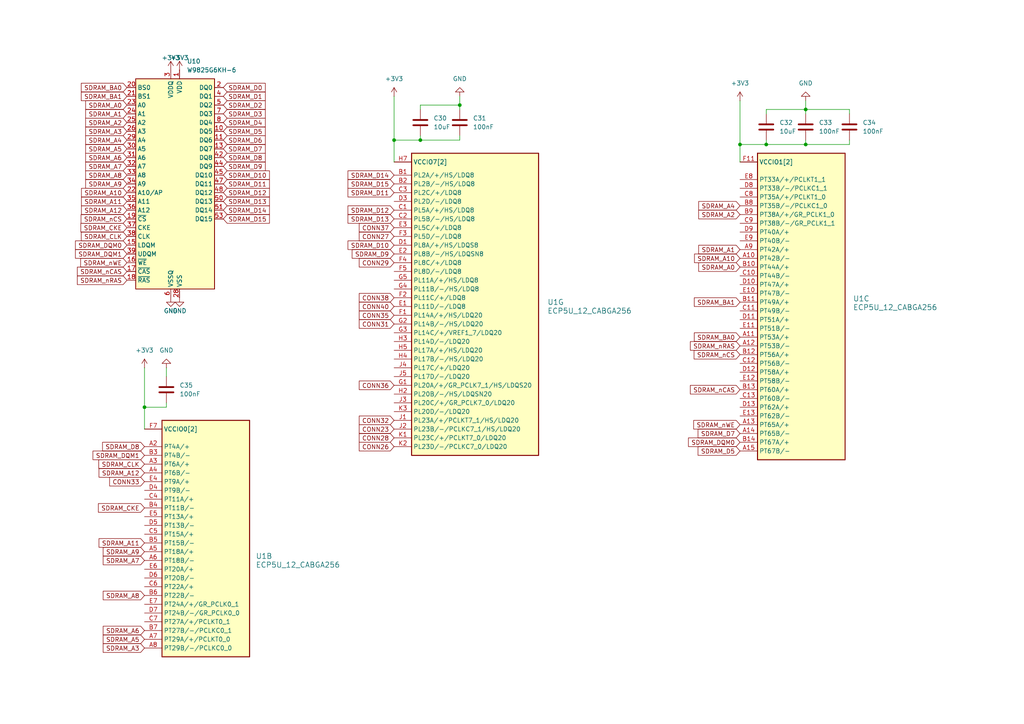
<source format=kicad_sch>
(kicad_sch (version 20250114) (generator "eeschema") (generator_version "9.0")
  (paper "A4")
  (lib_symbols
    (symbol "Device:C" (pin_numbers (hide yes)) (pin_names (offset 0.254))
      (property "Reference" "C" (at 0.635 2.54 0))
      (property "Value" "C" (at 0.635 -2.54 0))
      (symbol "C_1_1"
        (pin passive line (at 0 3.81 270) (length 2.794) (name "~") (number "1"))
        (pin passive line (at 0 -3.81 90) (length 2.794) (name "~") (number "2"))
      )
    )
    (symbol "ECP5U_12_CABGA256_2"
      (property "Reference" "U1" (at 22.86 -2.5399 0))
      (property "Value" "ECP5U_12_CABGA256" (at 22.86 -5.0799 0))
      (symbol "ECP5U_12_CABGA256_2_1_1"
        (pin power_in line (at -12.7 5.08 0) (length 5.08) (name "VCC[6]") (number "G6"))
        (pin power_in line (at -12.7 5.08 0) (length 5.08) (name "VCC[6]") (number "G7"))
        (pin power_in line (at -12.7 5.08 0) (length 5.08) (name "VCC[6]") (number "G9"))
        (pin power_in line (at -12.7 5.08 0) (length 5.08) (name "VCC[6]") (number "L10"))
        (pin power_in line (at -12.7 5.08 0) (length 5.08) (name "VCC[6]") (number "L8"))
        (pin power_in line (at -12.7 5.08 0) (length 5.08) (name "VCC[6]") (number "L9"))
        (pin power_in line (at -12.7 2.54 0) (length 5.08) (name "VCCAUX[2]") (number "G11"))
        (pin power_in line (at -12.7 2.54 0) (length 5.08) (name "VCCAUX[2]") (number "L7"))
        (pin power_in line (at -12.7 -5.08 0) (length 5.08) (name "GND[27]") (number "A1"))
        (pin power_in line (at -12.7 -5.08 0) (length 5.08) (name "GND[27]") (number "A16"))
        (pin power_in line (at -12.7 -5.08 0) (length 5.08) (name "GND[27]") (number "D15"))
        (pin power_in line (at -12.7 -5.08 0) (length 5.08) (name "GND[27]") (number "D2"))
        (pin power_in line (at -12.7 -5.08 0) (length 5.08) (name "GND[27]") (number "F8"))
        (pin power_in line (at -12.7 -5.08 0) (length 5.08) (name "GND[27]") (number "F9"))
        (pin power_in line (at -12.7 -5.08 0) (length 5.08) (name "GND[27]") (number "G10"))
        (pin power_in line (at -12.7 -5.08 0) (length 5.08) (name "GND[27]") (number "G8"))
        (pin power_in line (at -12.7 -5.08 0) (length 5.08) (name "GND[27]") (number "H1"))
        (pin power_in line (at -12.7 -5.08 0) (length 5.08) (name "GND[27]") (number "H10"))
        (pin power_in line (at -12.7 -5.08 0) (length 5.08) (name "GND[27]") (number "H16"))
        (pin power_in line (at -12.7 -5.08 0) (length 5.08) (name "GND[27]") (number "H8"))
        (pin power_in line (at -12.7 -5.08 0) (length 5.08) (name "GND[27]") (number "H9"))
        (pin power_in line (at -12.7 -5.08 0) (length 5.08) (name "GND[27]") (number "J10"))
        (pin power_in line (at -12.7 -5.08 0) (length 5.08) (name "GND[27]") (number "J8"))
        (pin power_in line (at -12.7 -5.08 0) (length 5.08) (name "GND[27]") (number "J9"))
        (pin power_in line (at -12.7 -5.08 0) (length 5.08) (name "GND[27]") (number "K10"))
        (pin power_in line (at -12.7 -5.08 0) (length 5.08) (name "GND[27]") (number "K6"))
        (pin power_in line (at -12.7 -5.08 0) (length 5.08) (name "GND[27]") (number "K7"))
        (pin power_in line (at -12.7 -5.08 0) (length 5.08) (name "GND[27]") (number "K8"))
        (pin power_in line (at -12.7 -5.08 0) (length 5.08) (name "GND[27]") (number "K9"))
        (pin power_in line (at -12.7 -5.08 0) (length 5.08) (name "GND[27]") (number "N15"))
        (pin power_in line (at -12.7 -5.08 0) (length 5.08) (name "GND[27]") (number "N2"))
        (pin power_in line (at -12.7 -5.08 0) (length 5.08) (name "GND[27]") (number "T1"))
        (pin power_in line (at -12.7 -5.08 0) (length 5.08) (name "GND[27]") (number "T12"))
        (pin power_in line (at -12.7 -5.08 0) (length 5.08) (name "GND[27]") (number "T16"))
        (pin power_in line (at -12.7 -5.08 0) (length 5.08) (name "GND[27]") (number "T5"))
      )
      (symbol "ECP5U_12_CABGA256_2_2_1"
        (pin power_in line (at -21.59 38.1 0) (length 5.08) (name "VCCIO0[2]") (number "F6"))
        (pin power_in line (at -21.59 38.1 0) (length 5.08) (name "VCCIO0[2]") (number "F7"))
        (pin bidirectional line (at -21.59 33.02 0) (length 5.08) (name "PT4A/+") (number "A2"))
        (pin bidirectional line (at -21.59 30.48 0) (length 5.08) (name "PT4B/-") (number "B3"))
        (pin bidirectional line (at -21.59 27.94 0) (length 5.08) (name "PT6A/+") (number "A3"))
        (pin bidirectional line (at -21.59 25.4 0) (length 5.08) (name "PT6B/-") (number "A4"))
        (pin bidirectional line (at -21.59 22.86 0) (length 5.08) (name "PT9A/+") (number "E4"))
        (pin bidirectional line (at -21.59 20.32 0) (length 5.08) (name "PT9B/-") (number "D4"))
        (pin bidirectional line (at -21.59 17.78 0) (length 5.08) (name "PT11A/+") (number "C4"))
        (pin bidirectional line (at -21.59 15.24 0) (length 5.08) (name "PT11B/-") (number "B4"))
        (pin bidirectional line (at -21.59 12.7 0) (length 5.08) (name "PT13A/+") (number "E5"))
        (pin bidirectional line (at -21.59 10.16 0) (length 5.08) (name "PT13B/-") (number "D5"))
        (pin bidirectional line (at -21.59 7.62 0) (length 5.08) (name "PT15A/+") (number "C5"))
        (pin bidirectional line (at -21.59 5.08 0) (length 5.08) (name "PT15B/-") (number "B5"))
        (pin bidirectional line (at -21.59 2.54 0) (length 5.08) (name "PT18A/+") (number "A5"))
        (pin bidirectional line (at -21.59 0 0) (length 5.08) (name "PT18B/-") (number "A6"))
        (pin bidirectional line (at -21.59 -2.54 0) (length 5.08) (name "PT20A/+") (number "E6"))
        (pin bidirectional line (at -21.59 -5.08 0) (length 5.08) (name "PT20B/-") (number "D6"))
        (pin bidirectional line (at -21.59 -7.62 0) (length 5.08) (name "PT22A/+") (number "C6"))
        (pin bidirectional line (at -21.59 -10.16 0) (length 5.08) (name "PT22B/-") (number "B6"))
        (pin bidirectional line (at -21.59 -12.7 0) (length 5.08) (name "PT24A/+/GR_PCLK0_1") (number "E7"))
        (pin bidirectional line (at -21.59 -15.24 0) (length 5.08) (name "PT24B/-/GR_PCLK0_0") (number "D7"))
        (pin bidirectional line (at -21.59 -17.78 0) (length 5.08) (name "PT27A/+/PCLKT0_1") (number "C7"))
        (pin bidirectional line (at -21.59 -20.32 0) (length 5.08) (name "PT27B/-/PCLKC0_1") (number "B7"))
        (pin bidirectional line (at -21.59 -22.86 0) (length 5.08) (name "PT29A/+/PCLKT0_0") (number "A7"))
        (pin bidirectional line (at -21.59 -25.4 0) (length 5.08) (name "PT29B/-/PCLKC0_0") (number "A8"))
      )
      (symbol "ECP5U_12_CABGA256_2_3_1"
        (pin power_in line (at -21.59 38.1 0) (length 5.08) (name "VCCIO1[2]") (number "F10"))
        (pin power_in line (at -21.59 38.1 0) (length 5.08) (name "VCCIO1[2]") (number "F11"))
        (pin bidirectional line (at -21.59 33.02 0) (length 5.08) (name "PT33A/+/PCLKT1_1") (number "E8"))
        (pin bidirectional line (at -21.59 30.48 0) (length 5.08) (name "PT33B/-/PCLKC1_1") (number "D8"))
        (pin bidirectional line (at -21.59 27.94 0) (length 5.08) (name "PT35A/+/PCLKT1_0") (number "C8"))
        (pin bidirectional line (at -21.59 25.4 0) (length 5.08) (name "PT35B/-/PCLKC1_0") (number "B8"))
        (pin bidirectional line (at -21.59 22.86 0) (length 5.08) (name "PT38A/+/GR_PCLK1_0") (number "B9"))
        (pin bidirectional line (at -21.59 20.32 0) (length 5.08) (name "PT38B/-/GR_PCLK1_1") (number "C9"))
        (pin bidirectional line (at -21.59 17.78 0) (length 5.08) (name "PT40A/+") (number "D9"))
        (pin bidirectional line (at -21.59 15.24 0) (length 5.08) (name "PT40B/-") (number "E9"))
        (pin bidirectional line (at -21.59 12.7 0) (length 5.08) (name "PT42A/+") (number "A9"))
        (pin bidirectional line (at -21.59 10.16 0) (length 5.08) (name "PT42B/-") (number "A10"))
        (pin bidirectional line (at -21.59 7.62 0) (length 5.08) (name "PT44A/+") (number "B10"))
        (pin bidirectional line (at -21.59 5.08 0) (length 5.08) (name "PT44B/-") (number "C10"))
        (pin bidirectional line (at -21.59 2.54 0) (length 5.08) (name "PT47A/+") (number "D10"))
        (pin bidirectional line (at -21.59 0 0) (length 5.08) (name "PT47B/-") (number "E10"))
        (pin bidirectional line (at -21.59 -2.54 0) (length 5.08) (name "PT49A/+") (number "B11"))
        (pin bidirectional line (at -21.59 -5.08 0) (length 5.08) (name "PT49B/-") (number "C11"))
        (pin bidirectional line (at -21.59 -7.62 0) (length 5.08) (name "PT51A/+") (number "D11"))
        (pin bidirectional line (at -21.59 -10.16 0) (length 5.08) (name "PT51B/-") (number "E11"))
        (pin bidirectional line (at -21.59 -12.7 0) (length 5.08) (name "PT53A/+") (number "A11"))
        (pin bidirectional line (at -21.59 -15.24 0) (length 5.08) (name "PT53B/-") (number "A12"))
        (pin bidirectional line (at -21.59 -17.78 0) (length 5.08) (name "PT56A/+") (number "B12"))
        (pin bidirectional line (at -21.59 -20.32 0) (length 5.08) (name "PT56B/-") (number "C12"))
        (pin bidirectional line (at -21.59 -22.86 0) (length 5.08) (name "PT58A/+") (number "D12"))
        (pin bidirectional line (at -21.59 -25.4 0) (length 5.08) (name "PT58B/-") (number "E12"))
        (pin bidirectional line (at -21.59 -27.94 0) (length 5.08) (name "PT60A/+") (number "B13"))
        (pin bidirectional line (at -21.59 -30.48 0) (length 5.08) (name "PT60B/-") (number "C13"))
        (pin bidirectional line (at -21.59 -33.02 0) (length 5.08) (name "PT62A/+") (number "D13"))
        (pin bidirectional line (at -21.59 -35.56 0) (length 5.08) (name "PT62B/-") (number "E13"))
        (pin bidirectional line (at -21.59 -38.1 0) (length 5.08) (name "PT65A/+") (number "A13"))
        (pin bidirectional line (at -21.59 -40.64 0) (length 5.08) (name "PT65B/-") (number "A14"))
        (pin bidirectional line (at -21.59 -43.18 0) (length 5.08) (name "PT67A/+") (number "B14"))
        (pin bidirectional line (at -21.59 -45.72 0) (length 5.08) (name "PT67B/-") (number "A15"))
      )
      (symbol "ECP5U_12_CABGA256_2_4_1"
        (pin power_in line (at -21.59 38.1 0) (length 5.08) (name "VCCIO2[2]") (number "H11"))
        (pin power_in line (at -21.59 38.1 0) (length 5.08) (name "VCCIO2[2]") (number "J11"))
        (pin bidirectional line (at -21.59 33.02 0) (length 5.08) (name "PR2A/+/HS/RDQ8") (number "B16"))
        (pin bidirectional line (at -21.59 30.48 0) (length 5.08) (name "PR2B/-/S0_IN/HS/RDQ8") (number "B15"))
        (pin bidirectional line (at -21.59 27.94 0) (length 5.08) (name "PR2C/+/RDQ8") (number "C14"))
        (pin bidirectional line (at -21.59 25.4 0) (length 5.08) (name "PR2D/-/RDQ8") (number "D14"))
        (pin bidirectional line (at -21.59 22.86 0) (length 5.08) (name "PR5A/+/HS/RDQ8") (number "C16"))
        (pin bidirectional line (at -21.59 20.32 0) (length 5.08) (name "PR5B/-/HS/RDQ8") (number "C15"))
        (pin bidirectional line (at -21.59 17.78 0) (length 5.08) (name "PR5C/+/RDQ8") (number "E14"))
        (pin bidirectional line (at -21.59 15.24 0) (length 5.08) (name "PR5D/-/RDQ8") (number "F14"))
        (pin bidirectional line (at -21.59 12.7 0) (length 5.08) (name "PR8A/+/HS/RDQS8") (number "D16"))
        (pin bidirectional line (at -21.59 10.16 0) (length 5.08) (name "PR8B/-/HS/RDQSN8") (number "E15"))
        (pin bidirectional line (at -21.59 7.62 0) (length 5.08) (name "PR8C/+/RDQ8") (number "F13"))
        (pin bidirectional line (at -21.59 5.08 0) (length 5.08) (name "PR8D/-/RDQ8") (number "F12"))
        (pin bidirectional line (at -21.59 2.54 0) (length 5.08) (name "PR11A/+/HS/RDQ8") (number "G12"))
        (pin bidirectional line (at -21.59 0 0) (length 5.08) (name "PR11B/-/HS/RDQ8") (number "G13"))
        (pin bidirectional line (at -21.59 -2.54 0) (length 5.08) (name "PR11C/+/RDQ8") (number "F15"))
        (pin bidirectional line (at -21.59 -5.08 0) (length 5.08) (name "PR11D/-/RDQ8") (number "E16"))
        (pin bidirectional line (at -21.59 -7.62 0) (length 5.08) (name "PR14A/+/HS/RDQ20") (number "F16"))
        (pin bidirectional line (at -21.59 -10.16 0) (length 5.08) (name "PR14B/-/HS/RDQ20") (number "G15"))
        (pin bidirectional line (at -21.59 -12.7 0) (length 5.08) (name "PR14C/+/VREF1_2/RDQ20") (number "G14"))
        (pin bidirectional line (at -21.59 -15.24 0) (length 5.08) (name "PR14D/-/RDQ20") (number "H14"))
        (pin bidirectional line (at -21.59 -17.78 0) (length 5.08) (name "PR17A/+/HS/RDQ20") (number "H12"))
        (pin bidirectional line (at -21.59 -20.32 0) (length 5.08) (name "PR17B/-/HS/RDQ20") (number "H13"))
        (pin bidirectional line (at -21.59 -22.86 0) (length 5.08) (name "PR17C/+/RDQ20") (number "J13"))
        (pin bidirectional line (at -21.59 -25.4 0) (length 5.08) (name "PR17D/-/RDQ20") (number "J12"))
        (pin bidirectional line (at -21.59 -27.94 0) (length 5.08) (name "PR20A/+/GR_PCLK2_1/HS/RDQS20") (number "G16"))
        (pin bidirectional line (at -21.59 -30.48 0) (length 5.08) (name "PR20B/-/HS/RDQSN20") (number "H15"))
        (pin bidirectional line (at -21.59 -33.02 0) (length 5.08) (name "PR20C/+/GR_PCLK2_0/RDQ20") (number "J14"))
        (pin bidirectional line (at -21.59 -35.56 0) (length 5.08) (name "PR20D/-/RDQ20") (number "K14"))
        (pin bidirectional line (at -21.59 -38.1 0) (length 5.08) (name "PR23A/+/PCLKT2_1/HS/RDQ20") (number "J16"))
        (pin bidirectional line (at -21.59 -40.64 0) (length 5.08) (name "PR23B/-/PCLKC2_1/HS/RDQ20") (number "J15"))
        (pin bidirectional line (at -21.59 -43.18 0) (length 5.08) (name "PR23C/+/PCLKT2_0/RDQ20") (number "K16"))
        (pin bidirectional line (at -21.59 -45.72 0) (length 5.08) (name "PR23D/-/PCLKC2_0/RDQ20") (number "K15"))
      )
      (symbol "ECP5U_12_CABGA256_2_5_1"
        (pin power_in line (at -21.59 38.1 0) (length 5.08) (name "VCCIO3[2]") (number "K11"))
        (pin power_in line (at -21.59 38.1 0) (length 5.08) (name "VCCIO3[2]") (number "L11"))
        (pin bidirectional line (at -21.59 33.02 0) (length 5.08) (name "PR26A/+/PCLKT3_1/HS/RDQ32") (number "L16"))
        (pin bidirectional line (at -21.59 30.48 0) (length 5.08) (name "PR26B/-/PCLKC3_1/HS/RDQ32") (number "L15"))
        (pin bidirectional line (at -21.59 27.94 0) (length 5.08) (name "PR26C/+/PCLKT3_0/RDQ32") (number "M16"))
        (pin bidirectional line (at -21.59 25.4 0) (length 5.08) (name "PR26D/-/PCLKC3_0/RDQ32") (number "M15"))
        (pin bidirectional line (at -21.59 22.86 0) (length 5.08) (name "PR29A/+/GR_PCLK3_0/HS/RDQ32") (number "K13"))
        (pin bidirectional line (at -21.59 20.32 0) (length 5.08) (name "PR29B/-/HS/RDQ32") (number "K12"))
        (pin bidirectional line (at -21.59 17.78 0) (length 5.08) (name "PR29C/+/GR_PCLK3_1/RDQ32") (number "L13"))
        (pin bidirectional line (at -21.59 15.24 0) (length 5.08) (name "PR29D/-/RDQ32") (number "L12"))
        (pin bidirectional line (at -21.59 12.7 0) (length 5.08) (name "PR32A/+/HS/RDQS32") (number "N16"))
        (pin bidirectional line (at -21.59 10.16 0) (length 5.08) (name "PR32B/-/HS/RDQSN32") (number "P15"))
        (pin bidirectional line (at -21.59 7.62 0) (length 5.08) (name "PR32C/+/RDQ32") (number "L14"))
        (pin bidirectional line (at -21.59 5.08 0) (length 5.08) (name "PR32D/-/RDQ32") (number "M14"))
        (pin bidirectional line (at -21.59 2.54 0) (length 5.08) (name "PR35A/+/HS/RDQ32") (number "P16"))
        (pin bidirectional line (at -21.59 0 0) (length 5.08) (name "PR35B/-/VREF1_3/HS/RDQ32") (number "R16"))
        (pin bidirectional line (at -21.59 -2.54 0) (length 5.08) (name "PR35C/+/RDQ32") (number "M13"))
        (pin bidirectional line (at -21.59 -5.08 0) (length 5.08) (name "PR35D/-/RDQ32") (number "N14"))
        (pin bidirectional line (at -21.59 -7.62 0) (length 5.08) (name "PR38A/+/HS/RDQ44") (number "N13"))
        (pin bidirectional line (at -21.59 -10.16 0) (length 5.08) (name "PR38B/-/HS/RDQ44") (number "P14"))
        (pin bidirectional line (at -21.59 -12.7 0) (length 5.08) (name "PR38C/+/RDQ44") (number "R15"))
        (pin bidirectional line (at -21.59 -15.24 0) (length 5.08) (name "PR38D/-/RDQ44") (number "T15"))
        (pin bidirectional line (at -21.59 -17.78 0) (length 5.08) (name "PR41A/+/HS/RDQ44") (number "P13"))
        (pin bidirectional line (at -21.59 -20.32 0) (length 5.08) (name "PR41B/-/HS/RDQ44") (number "R14"))
        (pin bidirectional line (at -21.59 -22.86 0) (length 5.08) (name "PR41C/+/RDQ44") (number "R13"))
        (pin bidirectional line (at -21.59 -25.4 0) (length 5.08) (name "PR41D/-/RDQ44") (number "T14"))
        (pin bidirectional line (at -21.59 -27.94 0) (length 5.08) (name "PR44A/+/HS/RDQS44") (number "R12"))
        (pin bidirectional line (at -21.59 -30.48 0) (length 5.08) (name "PR44B/-/HS/RDQSN44") (number "T13"))
        (pin bidirectional line (at -21.59 -33.02 0) (length 5.08) (name "PR44C/+/RDQ44") (number "M12"))
        (pin bidirectional line (at -21.59 -35.56 0) (length 5.08) (name "PR44D/-/RDQ44") (number "N12"))
        (pin bidirectional line (at -21.59 -38.1 0) (length 5.08) (name "PR47A/+/HS/RDQ44") (number "M11"))
        (pin bidirectional line (at -21.59 -40.64 0) (length 5.08) (name "PR47B/-/HS/RDQ44") (number "N11"))
        (pin bidirectional line (at -21.59 -43.18 0) (length 5.08) (name "PR47C/+/LRC_GPLL0T_IN/RDQ44") (number "P11"))
        (pin bidirectional line (at -21.59 -45.72 0) (length 5.08) (name "PR47D/-/LRC_GPLL0C_IN/RDQ44") (number "P12"))
      )
      (symbol "ECP5U_12_CABGA256_2_6_1"
        (pin power_in line (at -21.59 38.1 0) (length 5.08) (name "VCCIO6[2]") (number "J6"))
        (pin power_in line (at -21.59 38.1 0) (length 5.08) (name "VCCIO6[2]") (number "J7"))
        (pin bidirectional line (at -21.59 33.02 0) (length 5.08) (name "PL26A/+/PCLKT6_1/HS/LDQ32") (number "L1"))
        (pin bidirectional line (at -21.59 30.48 0) (length 5.08) (name "PL26B/-/PCLKC6_1/HS/LDQ32") (number "L2"))
        (pin bidirectional line (at -21.59 27.94 0) (length 5.08) (name "PL26C/+/PCLKT6_0/LDQ32") (number "M1"))
        (pin bidirectional line (at -21.59 25.4 0) (length 5.08) (name "PL26D/-/PCLKC6_0/LDQ32") (number "M2"))
        (pin bidirectional line (at -21.59 22.86 0) (length 5.08) (name "PL29A/+/GR_PCLK6_0/HS/LDQ32") (number "K4"))
        (pin bidirectional line (at -21.59 20.32 0) (length 5.08) (name "PL29B/-/HS/LDQ32") (number "K5"))
        (pin bidirectional line (at -21.59 17.78 0) (length 5.08) (name "PL29C/+/GR_PCLK6_1/LDQ32") (number "L4"))
        (pin bidirectional line (at -21.59 15.24 0) (length 5.08) (name "PL29D/-/LDQ32") (number "L5"))
        (pin bidirectional line (at -21.59 12.7 0) (length 5.08) (name "PL32A/+/HS/LDQS32") (number "N1"))
        (pin bidirectional line (at -21.59 10.16 0) (length 5.08) (name "PL32B/-/HS/LDQSN32") (number "P2"))
        (pin bidirectional line (at -21.59 7.62 0) (length 5.08) (name "PL32C/+/LDQ32") (number "L3"))
        (pin bidirectional line (at -21.59 5.08 0) (length 5.08) (name "PL32D/-/LDQ32") (number "M3"))
        (pin bidirectional line (at -21.59 2.54 0) (length 5.08) (name "PL35A/+/HS/LDQ32") (number "P1"))
        (pin bidirectional line (at -21.59 0 0) (length 5.08) (name "PL35B/-/VREF1_6/HS/LDQ32") (number "R1"))
        (pin bidirectional line (at -21.59 -2.54 0) (length 5.08) (name "PL35C/+/LDQ32") (number "M4"))
        (pin bidirectional line (at -21.59 -5.08 0) (length 5.08) (name "PL35D/-/LDQ32") (number "N3"))
        (pin bidirectional line (at -21.59 -7.62 0) (length 5.08) (name "PL38A/+/HS/LDQ44") (number "N4"))
        (pin bidirectional line (at -21.59 -10.16 0) (length 5.08) (name "PL38B/-/HS/LDQ44") (number "P3"))
        (pin bidirectional line (at -21.59 -12.7 0) (length 5.08) (name "PL38C/+/LDQ44") (number "R2"))
        (pin bidirectional line (at -21.59 -15.24 0) (length 5.08) (name "PL38D/-/LDQ44") (number "T2"))
        (pin bidirectional line (at -21.59 -17.78 0) (length 5.08) (name "PL41A/+/HS/LDQ44") (number "P4"))
        (pin bidirectional line (at -21.59 -20.32 0) (length 5.08) (name "PL41B/-/HS/LDQ44") (number "R3"))
        (pin bidirectional line (at -21.59 -22.86 0) (length 5.08) (name "PL41C/+/LDQ44") (number "R4"))
        (pin bidirectional line (at -21.59 -25.4 0) (length 5.08) (name "PL41D/-/LDQ44") (number "T3"))
        (pin bidirectional line (at -21.59 -27.94 0) (length 5.08) (name "PL44A/+/HS/LDQS44") (number "R5"))
        (pin bidirectional line (at -21.59 -30.48 0) (length 5.08) (name "PL44B/-/HS/LDQSN44") (number "T4"))
        (pin bidirectional line (at -21.59 -33.02 0) (length 5.08) (name "PL44C/+/LDQ44") (number "M5"))
        (pin bidirectional line (at -21.59 -35.56 0) (length 5.08) (name "PL44D/-/LDQ44") (number "N5"))
        (pin bidirectional line (at -21.59 -38.1 0) (length 5.08) (name "PL47A/+/HS/LDQ44") (number "M6"))
        (pin bidirectional line (at -21.59 -40.64 0) (length 5.08) (name "PL47B/-/HS/LDQ44") (number "N6"))
        (pin bidirectional line (at -21.59 -43.18 0) (length 5.08) (name "PL47C/+/LLC_GPLL0T_IN/LDQ44") (number "P6"))
        (pin bidirectional line (at -21.59 -45.72 0) (length 5.08) (name "PL47D/-/LLC_GPLL0C_IN/LDQ44") (number "P5"))
      )
      (symbol "ECP5U_12_CABGA256_2_7_1"
        (pin power_in line (at -21.59 38.1 0) (length 5.08) (name "VCCIO7[2]") (number "H6"))
        (pin power_in line (at -21.59 38.1 0) (length 5.08) (name "VCCIO7[2]") (number "H7"))
        (pin bidirectional line (at -21.59 34.29 0) (length 5.08) (name "PL2A/+/HS/LDQ8") (number "B1"))
        (pin bidirectional line (at -21.59 31.75 0) (length 5.08) (name "PL2B/-/HS/LDQ8") (number "B2"))
        (pin bidirectional line (at -21.59 29.21 0) (length 5.08) (name "PL2C/+/LDQ8") (number "C3"))
        (pin bidirectional line (at -21.59 26.67 0) (length 5.08) (name "PL2D/-/LDQ8") (number "D3"))
        (pin bidirectional line (at -21.59 24.13 0) (length 5.08) (name "PL5A/+/HS/LDQ8") (number "C1"))
        (pin bidirectional line (at -21.59 21.59 0) (length 5.08) (name "PL5B/-/HS/LDQ8") (number "C2"))
        (pin bidirectional line (at -21.59 19.05 0) (length 5.08) (name "PL5C/+/LDQ8") (number "E3"))
        (pin bidirectional line (at -21.59 16.51 0) (length 5.08) (name "PL5D/-/LDQ8") (number "F3"))
        (pin bidirectional line (at -21.59 13.97 0) (length 5.08) (name "PL8A/+/HS/LDQS8") (number "D1"))
        (pin bidirectional line (at -21.59 11.43 0) (length 5.08) (name "PL8B/-/HS/LDQSN8") (number "E2"))
        (pin bidirectional line (at -21.59 8.89 0) (length 5.08) (name "PL8C/+/LDQ8") (number "F4"))
        (pin bidirectional line (at -21.59 6.35 0) (length 5.08) (name "PL8D/-/LDQ8") (number "F5"))
        (pin bidirectional line (at -21.59 3.81 0) (length 5.08) (name "PL11A/+/HS/LDQ8") (number "G5"))
        (pin bidirectional line (at -21.59 1.27 0) (length 5.08) (name "PL11B/-/HS/LDQ8") (number "G4"))
        (pin bidirectional line (at -21.59 -1.27 0) (length 5.08) (name "PL11C/+/LDQ8") (number "F2"))
        (pin bidirectional line (at -21.59 -3.81 0) (length 5.08) (name "PL11D/-/LDQ8") (number "E1"))
        (pin bidirectional line (at -21.59 -6.35 0) (length 5.08) (name "PL14A/+/HS/LDQ20") (number "F1"))
        (pin bidirectional line (at -21.59 -8.89 0) (length 5.08) (name "PL14B/-/HS/LDQ20") (number "G2"))
        (pin bidirectional line (at -21.59 -11.43 0) (length 5.08) (name "PL14C/+/VREF1_7/LDQ20") (number "G3"))
        (pin bidirectional line (at -21.59 -13.97 0) (length 5.08) (name "PL14D/-/LDQ20") (number "H3"))
        (pin bidirectional line (at -21.59 -16.51 0) (length 5.08) (name "PL17A/+/HS/LDQ20") (number "H5"))
        (pin bidirectional line (at -21.59 -19.05 0) (length 5.08) (name "PL17B/-/HS/LDQ20") (number "H4"))
        (pin bidirectional line (at -21.59 -21.59 0) (length 5.08) (name "PL17C/+/LDQ20") (number "J4"))
        (pin bidirectional line (at -21.59 -24.13 0) (length 5.08) (name "PL17D/-/LDQ20") (number "J5"))
        (pin bidirectional line (at -21.59 -26.67 0) (length 5.08) (name "PL20A/+/GR_PCLK7_1/HS/LDQS20") (number "G1"))
        (pin bidirectional line (at -21.59 -29.21 0) (length 5.08) (name "PL20B/-/HS/LDQSN20") (number "H2"))
        (pin bidirectional line (at -21.59 -31.75 0) (length 5.08) (name "PL20C/+/GR_PCLK7_0/LDQ20") (number "J3"))
        (pin bidirectional line (at -21.59 -34.29 0) (length 5.08) (name "PL20D/-/LDQ20") (number "K3"))
        (pin bidirectional line (at -21.59 -36.83 0) (length 5.08) (name "PL23A/+/PCLKT7_1/HS/LDQ20") (number "J1"))
        (pin bidirectional line (at -21.59 -39.37 0) (length 5.08) (name "PL23B/-/PCLKC7_1/HS/LDQ20") (number "J2"))
        (pin bidirectional line (at -21.59 -41.91 0) (length 5.08) (name "PL23C/+/PCLKT7_0/LDQ20") (number "K1"))
        (pin bidirectional line (at -21.59 -44.45 0) (length 5.08) (name "PL23D/-/PCLKC7_0/LDQ20") (number "K2"))
      )
      (symbol "ECP5U_12_CABGA256_2_8_1"
        (pin power_in line (at -21.59 38.1 0) (length 5.08) (name "VCCIO8") (number "L6"))
        (pin bidirectional line (at -21.59 33.02 0) (length 5.08) (name "CCLK/MCLK/SCK") (number "N9"))
        (pin bidirectional line (at -21.59 30.48 0) (length 5.08) (name "CFG_0") (number "N10"))
        (pin bidirectional line (at -21.59 27.94 0) (length 5.08) (name "CFG_1") (number "P10"))
        (pin bidirectional line (at -21.59 25.4 0) (length 5.08) (name "CFG_2") (number "R10"))
        (pin bidirectional line (at -21.59 22.86 0) (length 5.08) (name "DONE") (number "P9"))
        (pin bidirectional line (at -21.59 20.32 0) (length 5.08) (name "INITN") (number "T9"))
        (pin bidirectional line (at -21.59 17.78 0) (length 5.08) (name "PB4A/+/D7/IO7") (number "T6"))
        (pin bidirectional line (at -21.59 15.24 0) (length 5.08) (name "PB4B/-/D6/IO6") (number "R6"))
        (pin bidirectional line (at -21.59 12.7 0) (length 5.08) (name "PB6A/+/D5/MISO2/IO5") (number "R7"))
        (pin bidirectional line (at -21.59 10.16 0) (length 5.08) (name "PB6B/-/D4/MOSI2/IO4") (number "P7"))
        (pin bidirectional line (at -21.59 7.62 0) (length 5.08) (name "PB9A/+/D3/IO3") (number "N7"))
        (pin bidirectional line (at -21.59 5.08 0) (length 5.08) (name "PB9B/-/D2/IO2") (number "M7"))
        (pin bidirectional line (at -21.59 2.54 0) (length 5.08) (name "PB11A/+/D1/MISO/IO1") (number "T7"))
        (pin bidirectional line (at -21.59 0 0) (length 5.08) (name "PB11B/-/D0/MOSI/IO0") (number "T8"))
        (pin bidirectional line (at -21.59 -2.54 0) (length 5.08) (name "PB13A/+/SN/CSN") (number "R8"))
        (pin bidirectional line (at -21.59 -5.08 0) (length 5.08) (name "PB13B/-/CS1N") (number "P8"))
        (pin bidirectional line (at -21.59 -7.62 0) (length 5.08) (name "PB15A/+/HOLDN/DI/BUSY/CSSPIN/CEN") (number "N8"))
        (pin bidirectional line (at -21.59 -10.16 0) (length 5.08) (name "PB15B/-/DOUT/CSON") (number "M8"))
        (pin bidirectional line (at -21.59 -12.7 0) (length 5.08) (name "PB18A/WRITEN") (number "M9"))
        (pin bidirectional line (at -21.59 -15.24 0) (length 5.08) (name "PROGRAMN") (number "R9"))
      )
      (symbol "ECP5U_12_CABGA256_2_9_1"
        (pin bidirectional line (at -7.62 3.81 0) (length 5.08) (name "TCK") (number "T10"))
        (pin bidirectional line (at -7.62 1.27 0) (length 5.08) (name "TDI") (number "R11"))
        (pin bidirectional line (at -7.62 -1.27 0) (length 5.08) (name "TDO") (number "M10"))
        (pin bidirectional line (at -7.62 -3.81 0) (length 5.08) (name "TMS") (number "T11"))
      )
    )
    (symbol "ECP5U_12_CABGA256_3"
      (property "Reference" "U1" (at 22.86 -2.5399 0))
      (property "Value" "ECP5U_12_CABGA256" (at 22.86 -5.0799 0))
      (symbol "ECP5U_12_CABGA256_3_1_1"
        (pin power_in line (at -12.7 5.08 0) (length 5.08) (name "VCC[6]") (number "G6"))
        (pin power_in line (at -12.7 5.08 0) (length 5.08) (name "VCC[6]") (number "G7"))
        (pin power_in line (at -12.7 5.08 0) (length 5.08) (name "VCC[6]") (number "G9"))
        (pin power_in line (at -12.7 5.08 0) (length 5.08) (name "VCC[6]") (number "L10"))
        (pin power_in line (at -12.7 5.08 0) (length 5.08) (name "VCC[6]") (number "L8"))
        (pin power_in line (at -12.7 5.08 0) (length 5.08) (name "VCC[6]") (number "L9"))
        (pin power_in line (at -12.7 2.54 0) (length 5.08) (name "VCCAUX[2]") (number "G11"))
        (pin power_in line (at -12.7 2.54 0) (length 5.08) (name "VCCAUX[2]") (number "L7"))
        (pin power_in line (at -12.7 -5.08 0) (length 5.08) (name "GND[27]") (number "A1"))
        (pin power_in line (at -12.7 -5.08 0) (length 5.08) (name "GND[27]") (number "A16"))
        (pin power_in line (at -12.7 -5.08 0) (length 5.08) (name "GND[27]") (number "D15"))
        (pin power_in line (at -12.7 -5.08 0) (length 5.08) (name "GND[27]") (number "D2"))
        (pin power_in line (at -12.7 -5.08 0) (length 5.08) (name "GND[27]") (number "F8"))
        (pin power_in line (at -12.7 -5.08 0) (length 5.08) (name "GND[27]") (number "F9"))
        (pin power_in line (at -12.7 -5.08 0) (length 5.08) (name "GND[27]") (number "G10"))
        (pin power_in line (at -12.7 -5.08 0) (length 5.08) (name "GND[27]") (number "G8"))
        (pin power_in line (at -12.7 -5.08 0) (length 5.08) (name "GND[27]") (number "H1"))
        (pin power_in line (at -12.7 -5.08 0) (length 5.08) (name "GND[27]") (number "H10"))
        (pin power_in line (at -12.7 -5.08 0) (length 5.08) (name "GND[27]") (number "H16"))
        (pin power_in line (at -12.7 -5.08 0) (length 5.08) (name "GND[27]") (number "H8"))
        (pin power_in line (at -12.7 -5.08 0) (length 5.08) (name "GND[27]") (number "H9"))
        (pin power_in line (at -12.7 -5.08 0) (length 5.08) (name "GND[27]") (number "J10"))
        (pin power_in line (at -12.7 -5.08 0) (length 5.08) (name "GND[27]") (number "J8"))
        (pin power_in line (at -12.7 -5.08 0) (length 5.08) (name "GND[27]") (number "J9"))
        (pin power_in line (at -12.7 -5.08 0) (length 5.08) (name "GND[27]") (number "K10"))
        (pin power_in line (at -12.7 -5.08 0) (length 5.08) (name "GND[27]") (number "K6"))
        (pin power_in line (at -12.7 -5.08 0) (length 5.08) (name "GND[27]") (number "K7"))
        (pin power_in line (at -12.7 -5.08 0) (length 5.08) (name "GND[27]") (number "K8"))
        (pin power_in line (at -12.7 -5.08 0) (length 5.08) (name "GND[27]") (number "K9"))
        (pin power_in line (at -12.7 -5.08 0) (length 5.08) (name "GND[27]") (number "N15"))
        (pin power_in line (at -12.7 -5.08 0) (length 5.08) (name "GND[27]") (number "N2"))
        (pin power_in line (at -12.7 -5.08 0) (length 5.08) (name "GND[27]") (number "T1"))
        (pin power_in line (at -12.7 -5.08 0) (length 5.08) (name "GND[27]") (number "T12"))
        (pin power_in line (at -12.7 -5.08 0) (length 5.08) (name "GND[27]") (number "T16"))
        (pin power_in line (at -12.7 -5.08 0) (length 5.08) (name "GND[27]") (number "T5"))
      )
      (symbol "ECP5U_12_CABGA256_3_2_1"
        (pin power_in line (at -21.59 38.1 0) (length 5.08) (name "VCCIO0[2]") (number "F6"))
        (pin power_in line (at -21.59 38.1 0) (length 5.08) (name "VCCIO0[2]") (number "F7"))
        (pin bidirectional line (at -21.59 33.02 0) (length 5.08) (name "PT4A/+") (number "A2"))
        (pin bidirectional line (at -21.59 30.48 0) (length 5.08) (name "PT4B/-") (number "B3"))
        (pin bidirectional line (at -21.59 27.94 0) (length 5.08) (name "PT6A/+") (number "A3"))
        (pin bidirectional line (at -21.59 25.4 0) (length 5.08) (name "PT6B/-") (number "A4"))
        (pin bidirectional line (at -21.59 22.86 0) (length 5.08) (name "PT9A/+") (number "E4"))
        (pin bidirectional line (at -21.59 20.32 0) (length 5.08) (name "PT9B/-") (number "D4"))
        (pin bidirectional line (at -21.59 17.78 0) (length 5.08) (name "PT11A/+") (number "C4"))
        (pin bidirectional line (at -21.59 15.24 0) (length 5.08) (name "PT11B/-") (number "B4"))
        (pin bidirectional line (at -21.59 12.7 0) (length 5.08) (name "PT13A/+") (number "E5"))
        (pin bidirectional line (at -21.59 10.16 0) (length 5.08) (name "PT13B/-") (number "D5"))
        (pin bidirectional line (at -21.59 7.62 0) (length 5.08) (name "PT15A/+") (number "C5"))
        (pin bidirectional line (at -21.59 5.08 0) (length 5.08) (name "PT15B/-") (number "B5"))
        (pin bidirectional line (at -21.59 2.54 0) (length 5.08) (name "PT18A/+") (number "A5"))
        (pin bidirectional line (at -21.59 0 0) (length 5.08) (name "PT18B/-") (number "A6"))
        (pin bidirectional line (at -21.59 -2.54 0) (length 5.08) (name "PT20A/+") (number "E6"))
        (pin bidirectional line (at -21.59 -5.08 0) (length 5.08) (name "PT20B/-") (number "D6"))
        (pin bidirectional line (at -21.59 -7.62 0) (length 5.08) (name "PT22A/+") (number "C6"))
        (pin bidirectional line (at -21.59 -10.16 0) (length 5.08) (name "PT22B/-") (number "B6"))
        (pin bidirectional line (at -21.59 -12.7 0) (length 5.08) (name "PT24A/+/GR_PCLK0_1") (number "E7"))
        (pin bidirectional line (at -21.59 -15.24 0) (length 5.08) (name "PT24B/-/GR_PCLK0_0") (number "D7"))
        (pin bidirectional line (at -21.59 -17.78 0) (length 5.08) (name "PT27A/+/PCLKT0_1") (number "C7"))
        (pin bidirectional line (at -21.59 -20.32 0) (length 5.08) (name "PT27B/-/PCLKC0_1") (number "B7"))
        (pin bidirectional line (at -21.59 -22.86 0) (length 5.08) (name "PT29A/+/PCLKT0_0") (number "A7"))
        (pin bidirectional line (at -21.59 -25.4 0) (length 5.08) (name "PT29B/-/PCLKC0_0") (number "A8"))
      )
      (symbol "ECP5U_12_CABGA256_3_3_1"
        (pin power_in line (at -21.59 38.1 0) (length 5.08) (name "VCCIO1[2]") (number "F10"))
        (pin power_in line (at -21.59 38.1 0) (length 5.08) (name "VCCIO1[2]") (number "F11"))
        (pin bidirectional line (at -21.59 33.02 0) (length 5.08) (name "PT33A/+/PCLKT1_1") (number "E8"))
        (pin bidirectional line (at -21.59 30.48 0) (length 5.08) (name "PT33B/-/PCLKC1_1") (number "D8"))
        (pin bidirectional line (at -21.59 27.94 0) (length 5.08) (name "PT35A/+/PCLKT1_0") (number "C8"))
        (pin bidirectional line (at -21.59 25.4 0) (length 5.08) (name "PT35B/-/PCLKC1_0") (number "B8"))
        (pin bidirectional line (at -21.59 22.86 0) (length 5.08) (name "PT38A/+/GR_PCLK1_0") (number "B9"))
        (pin bidirectional line (at -21.59 20.32 0) (length 5.08) (name "PT38B/-/GR_PCLK1_1") (number "C9"))
        (pin bidirectional line (at -21.59 17.78 0) (length 5.08) (name "PT40A/+") (number "D9"))
        (pin bidirectional line (at -21.59 15.24 0) (length 5.08) (name "PT40B/-") (number "E9"))
        (pin bidirectional line (at -21.59 12.7 0) (length 5.08) (name "PT42A/+") (number "A9"))
        (pin bidirectional line (at -21.59 10.16 0) (length 5.08) (name "PT42B/-") (number "A10"))
        (pin bidirectional line (at -21.59 7.62 0) (length 5.08) (name "PT44A/+") (number "B10"))
        (pin bidirectional line (at -21.59 5.08 0) (length 5.08) (name "PT44B/-") (number "C10"))
        (pin bidirectional line (at -21.59 2.54 0) (length 5.08) (name "PT47A/+") (number "D10"))
        (pin bidirectional line (at -21.59 0 0) (length 5.08) (name "PT47B/-") (number "E10"))
        (pin bidirectional line (at -21.59 -2.54 0) (length 5.08) (name "PT49A/+") (number "B11"))
        (pin bidirectional line (at -21.59 -5.08 0) (length 5.08) (name "PT49B/-") (number "C11"))
        (pin bidirectional line (at -21.59 -7.62 0) (length 5.08) (name "PT51A/+") (number "D11"))
        (pin bidirectional line (at -21.59 -10.16 0) (length 5.08) (name "PT51B/-") (number "E11"))
        (pin bidirectional line (at -21.59 -12.7 0) (length 5.08) (name "PT53A/+") (number "A11"))
        (pin bidirectional line (at -21.59 -15.24 0) (length 5.08) (name "PT53B/-") (number "A12"))
        (pin bidirectional line (at -21.59 -17.78 0) (length 5.08) (name "PT56A/+") (number "B12"))
        (pin bidirectional line (at -21.59 -20.32 0) (length 5.08) (name "PT56B/-") (number "C12"))
        (pin bidirectional line (at -21.59 -22.86 0) (length 5.08) (name "PT58A/+") (number "D12"))
        (pin bidirectional line (at -21.59 -25.4 0) (length 5.08) (name "PT58B/-") (number "E12"))
        (pin bidirectional line (at -21.59 -27.94 0) (length 5.08) (name "PT60A/+") (number "B13"))
        (pin bidirectional line (at -21.59 -30.48 0) (length 5.08) (name "PT60B/-") (number "C13"))
        (pin bidirectional line (at -21.59 -33.02 0) (length 5.08) (name "PT62A/+") (number "D13"))
        (pin bidirectional line (at -21.59 -35.56 0) (length 5.08) (name "PT62B/-") (number "E13"))
        (pin bidirectional line (at -21.59 -38.1 0) (length 5.08) (name "PT65A/+") (number "A13"))
        (pin bidirectional line (at -21.59 -40.64 0) (length 5.08) (name "PT65B/-") (number "A14"))
        (pin bidirectional line (at -21.59 -43.18 0) (length 5.08) (name "PT67A/+") (number "B14"))
        (pin bidirectional line (at -21.59 -45.72 0) (length 5.08) (name "PT67B/-") (number "A15"))
      )
      (symbol "ECP5U_12_CABGA256_3_4_1"
        (pin power_in line (at -21.59 38.1 0) (length 5.08) (name "VCCIO2[2]") (number "H11"))
        (pin power_in line (at -21.59 38.1 0) (length 5.08) (name "VCCIO2[2]") (number "J11"))
        (pin bidirectional line (at -21.59 33.02 0) (length 5.08) (name "PR2A/+/HS/RDQ8") (number "B16"))
        (pin bidirectional line (at -21.59 30.48 0) (length 5.08) (name "PR2B/-/S0_IN/HS/RDQ8") (number "B15"))
        (pin bidirectional line (at -21.59 27.94 0) (length 5.08) (name "PR2C/+/RDQ8") (number "C14"))
        (pin bidirectional line (at -21.59 25.4 0) (length 5.08) (name "PR2D/-/RDQ8") (number "D14"))
        (pin bidirectional line (at -21.59 22.86 0) (length 5.08) (name "PR5A/+/HS/RDQ8") (number "C16"))
        (pin bidirectional line (at -21.59 20.32 0) (length 5.08) (name "PR5B/-/HS/RDQ8") (number "C15"))
        (pin bidirectional line (at -21.59 17.78 0) (length 5.08) (name "PR5C/+/RDQ8") (number "E14"))
        (pin bidirectional line (at -21.59 15.24 0) (length 5.08) (name "PR5D/-/RDQ8") (number "F14"))
        (pin bidirectional line (at -21.59 12.7 0) (length 5.08) (name "PR8A/+/HS/RDQS8") (number "D16"))
        (pin bidirectional line (at -21.59 10.16 0) (length 5.08) (name "PR8B/-/HS/RDQSN8") (number "E15"))
        (pin bidirectional line (at -21.59 7.62 0) (length 5.08) (name "PR8C/+/RDQ8") (number "F13"))
        (pin bidirectional line (at -21.59 5.08 0) (length 5.08) (name "PR8D/-/RDQ8") (number "F12"))
        (pin bidirectional line (at -21.59 2.54 0) (length 5.08) (name "PR11A/+/HS/RDQ8") (number "G12"))
        (pin bidirectional line (at -21.59 0 0) (length 5.08) (name "PR11B/-/HS/RDQ8") (number "G13"))
        (pin bidirectional line (at -21.59 -2.54 0) (length 5.08) (name "PR11C/+/RDQ8") (number "F15"))
        (pin bidirectional line (at -21.59 -5.08 0) (length 5.08) (name "PR11D/-/RDQ8") (number "E16"))
        (pin bidirectional line (at -21.59 -7.62 0) (length 5.08) (name "PR14A/+/HS/RDQ20") (number "F16"))
        (pin bidirectional line (at -21.59 -10.16 0) (length 5.08) (name "PR14B/-/HS/RDQ20") (number "G15"))
        (pin bidirectional line (at -21.59 -12.7 0) (length 5.08) (name "PR14C/+/VREF1_2/RDQ20") (number "G14"))
        (pin bidirectional line (at -21.59 -15.24 0) (length 5.08) (name "PR14D/-/RDQ20") (number "H14"))
        (pin bidirectional line (at -21.59 -17.78 0) (length 5.08) (name "PR17A/+/HS/RDQ20") (number "H12"))
        (pin bidirectional line (at -21.59 -20.32 0) (length 5.08) (name "PR17B/-/HS/RDQ20") (number "H13"))
        (pin bidirectional line (at -21.59 -22.86 0) (length 5.08) (name "PR17C/+/RDQ20") (number "J13"))
        (pin bidirectional line (at -21.59 -25.4 0) (length 5.08) (name "PR17D/-/RDQ20") (number "J12"))
        (pin bidirectional line (at -21.59 -27.94 0) (length 5.08) (name "PR20A/+/GR_PCLK2_1/HS/RDQS20") (number "G16"))
        (pin bidirectional line (at -21.59 -30.48 0) (length 5.08) (name "PR20B/-/HS/RDQSN20") (number "H15"))
        (pin bidirectional line (at -21.59 -33.02 0) (length 5.08) (name "PR20C/+/GR_PCLK2_0/RDQ20") (number "J14"))
        (pin bidirectional line (at -21.59 -35.56 0) (length 5.08) (name "PR20D/-/RDQ20") (number "K14"))
        (pin bidirectional line (at -21.59 -38.1 0) (length 5.08) (name "PR23A/+/PCLKT2_1/HS/RDQ20") (number "J16"))
        (pin bidirectional line (at -21.59 -40.64 0) (length 5.08) (name "PR23B/-/PCLKC2_1/HS/RDQ20") (number "J15"))
        (pin bidirectional line (at -21.59 -43.18 0) (length 5.08) (name "PR23C/+/PCLKT2_0/RDQ20") (number "K16"))
        (pin bidirectional line (at -21.59 -45.72 0) (length 5.08) (name "PR23D/-/PCLKC2_0/RDQ20") (number "K15"))
      )
      (symbol "ECP5U_12_CABGA256_3_5_1"
        (pin power_in line (at -21.59 38.1 0) (length 5.08) (name "VCCIO3[2]") (number "K11"))
        (pin power_in line (at -21.59 38.1 0) (length 5.08) (name "VCCIO3[2]") (number "L11"))
        (pin bidirectional line (at -21.59 33.02 0) (length 5.08) (name "PR26A/+/PCLKT3_1/HS/RDQ32") (number "L16"))
        (pin bidirectional line (at -21.59 30.48 0) (length 5.08) (name "PR26B/-/PCLKC3_1/HS/RDQ32") (number "L15"))
        (pin bidirectional line (at -21.59 27.94 0) (length 5.08) (name "PR26C/+/PCLKT3_0/RDQ32") (number "M16"))
        (pin bidirectional line (at -21.59 25.4 0) (length 5.08) (name "PR26D/-/PCLKC3_0/RDQ32") (number "M15"))
        (pin bidirectional line (at -21.59 22.86 0) (length 5.08) (name "PR29A/+/GR_PCLK3_0/HS/RDQ32") (number "K13"))
        (pin bidirectional line (at -21.59 20.32 0) (length 5.08) (name "PR29B/-/HS/RDQ32") (number "K12"))
        (pin bidirectional line (at -21.59 17.78 0) (length 5.08) (name "PR29C/+/GR_PCLK3_1/RDQ32") (number "L13"))
        (pin bidirectional line (at -21.59 15.24 0) (length 5.08) (name "PR29D/-/RDQ32") (number "L12"))
        (pin bidirectional line (at -21.59 12.7 0) (length 5.08) (name "PR32A/+/HS/RDQS32") (number "N16"))
        (pin bidirectional line (at -21.59 10.16 0) (length 5.08) (name "PR32B/-/HS/RDQSN32") (number "P15"))
        (pin bidirectional line (at -21.59 7.62 0) (length 5.08) (name "PR32C/+/RDQ32") (number "L14"))
        (pin bidirectional line (at -21.59 5.08 0) (length 5.08) (name "PR32D/-/RDQ32") (number "M14"))
        (pin bidirectional line (at -21.59 2.54 0) (length 5.08) (name "PR35A/+/HS/RDQ32") (number "P16"))
        (pin bidirectional line (at -21.59 0 0) (length 5.08) (name "PR35B/-/VREF1_3/HS/RDQ32") (number "R16"))
        (pin bidirectional line (at -21.59 -2.54 0) (length 5.08) (name "PR35C/+/RDQ32") (number "M13"))
        (pin bidirectional line (at -21.59 -5.08 0) (length 5.08) (name "PR35D/-/RDQ32") (number "N14"))
        (pin bidirectional line (at -21.59 -7.62 0) (length 5.08) (name "PR38A/+/HS/RDQ44") (number "N13"))
        (pin bidirectional line (at -21.59 -10.16 0) (length 5.08) (name "PR38B/-/HS/RDQ44") (number "P14"))
        (pin bidirectional line (at -21.59 -12.7 0) (length 5.08) (name "PR38C/+/RDQ44") (number "R15"))
        (pin bidirectional line (at -21.59 -15.24 0) (length 5.08) (name "PR38D/-/RDQ44") (number "T15"))
        (pin bidirectional line (at -21.59 -17.78 0) (length 5.08) (name "PR41A/+/HS/RDQ44") (number "P13"))
        (pin bidirectional line (at -21.59 -20.32 0) (length 5.08) (name "PR41B/-/HS/RDQ44") (number "R14"))
        (pin bidirectional line (at -21.59 -22.86 0) (length 5.08) (name "PR41C/+/RDQ44") (number "R13"))
        (pin bidirectional line (at -21.59 -25.4 0) (length 5.08) (name "PR41D/-/RDQ44") (number "T14"))
        (pin bidirectional line (at -21.59 -27.94 0) (length 5.08) (name "PR44A/+/HS/RDQS44") (number "R12"))
        (pin bidirectional line (at -21.59 -30.48 0) (length 5.08) (name "PR44B/-/HS/RDQSN44") (number "T13"))
        (pin bidirectional line (at -21.59 -33.02 0) (length 5.08) (name "PR44C/+/RDQ44") (number "M12"))
        (pin bidirectional line (at -21.59 -35.56 0) (length 5.08) (name "PR44D/-/RDQ44") (number "N12"))
        (pin bidirectional line (at -21.59 -38.1 0) (length 5.08) (name "PR47A/+/HS/RDQ44") (number "M11"))
        (pin bidirectional line (at -21.59 -40.64 0) (length 5.08) (name "PR47B/-/HS/RDQ44") (number "N11"))
        (pin bidirectional line (at -21.59 -43.18 0) (length 5.08) (name "PR47C/+/LRC_GPLL0T_IN/RDQ44") (number "P11"))
        (pin bidirectional line (at -21.59 -45.72 0) (length 5.08) (name "PR47D/-/LRC_GPLL0C_IN/RDQ44") (number "P12"))
      )
      (symbol "ECP5U_12_CABGA256_3_6_1"
        (pin power_in line (at -21.59 38.1 0) (length 5.08) (name "VCCIO6[2]") (number "J6"))
        (pin power_in line (at -21.59 38.1 0) (length 5.08) (name "VCCIO6[2]") (number "J7"))
        (pin bidirectional line (at -21.59 33.02 0) (length 5.08) (name "PL26A/+/PCLKT6_1/HS/LDQ32") (number "L1"))
        (pin bidirectional line (at -21.59 30.48 0) (length 5.08) (name "PL26B/-/PCLKC6_1/HS/LDQ32") (number "L2"))
        (pin bidirectional line (at -21.59 27.94 0) (length 5.08) (name "PL26C/+/PCLKT6_0/LDQ32") (number "M1"))
        (pin bidirectional line (at -21.59 25.4 0) (length 5.08) (name "PL26D/-/PCLKC6_0/LDQ32") (number "M2"))
        (pin bidirectional line (at -21.59 22.86 0) (length 5.08) (name "PL29A/+/GR_PCLK6_0/HS/LDQ32") (number "K4"))
        (pin bidirectional line (at -21.59 20.32 0) (length 5.08) (name "PL29B/-/HS/LDQ32") (number "K5"))
        (pin bidirectional line (at -21.59 17.78 0) (length 5.08) (name "PL29C/+/GR_PCLK6_1/LDQ32") (number "L4"))
        (pin bidirectional line (at -21.59 15.24 0) (length 5.08) (name "PL29D/-/LDQ32") (number "L5"))
        (pin bidirectional line (at -21.59 12.7 0) (length 5.08) (name "PL32A/+/HS/LDQS32") (number "N1"))
        (pin bidirectional line (at -21.59 10.16 0) (length 5.08) (name "PL32B/-/HS/LDQSN32") (number "P2"))
        (pin bidirectional line (at -21.59 7.62 0) (length 5.08) (name "PL32C/+/LDQ32") (number "L3"))
        (pin bidirectional line (at -21.59 5.08 0) (length 5.08) (name "PL32D/-/LDQ32") (number "M3"))
        (pin bidirectional line (at -21.59 2.54 0) (length 5.08) (name "PL35A/+/HS/LDQ32") (number "P1"))
        (pin bidirectional line (at -21.59 0 0) (length 5.08) (name "PL35B/-/VREF1_6/HS/LDQ32") (number "R1"))
        (pin bidirectional line (at -21.59 -2.54 0) (length 5.08) (name "PL35C/+/LDQ32") (number "M4"))
        (pin bidirectional line (at -21.59 -5.08 0) (length 5.08) (name "PL35D/-/LDQ32") (number "N3"))
        (pin bidirectional line (at -21.59 -7.62 0) (length 5.08) (name "PL38A/+/HS/LDQ44") (number "N4"))
        (pin bidirectional line (at -21.59 -10.16 0) (length 5.08) (name "PL38B/-/HS/LDQ44") (number "P3"))
        (pin bidirectional line (at -21.59 -12.7 0) (length 5.08) (name "PL38C/+/LDQ44") (number "R2"))
        (pin bidirectional line (at -21.59 -15.24 0) (length 5.08) (name "PL38D/-/LDQ44") (number "T2"))
        (pin bidirectional line (at -21.59 -17.78 0) (length 5.08) (name "PL41A/+/HS/LDQ44") (number "P4"))
        (pin bidirectional line (at -21.59 -20.32 0) (length 5.08) (name "PL41B/-/HS/LDQ44") (number "R3"))
        (pin bidirectional line (at -21.59 -22.86 0) (length 5.08) (name "PL41C/+/LDQ44") (number "R4"))
        (pin bidirectional line (at -21.59 -25.4 0) (length 5.08) (name "PL41D/-/LDQ44") (number "T3"))
        (pin bidirectional line (at -21.59 -27.94 0) (length 5.08) (name "PL44A/+/HS/LDQS44") (number "R5"))
        (pin bidirectional line (at -21.59 -30.48 0) (length 5.08) (name "PL44B/-/HS/LDQSN44") (number "T4"))
        (pin bidirectional line (at -21.59 -33.02 0) (length 5.08) (name "PL44C/+/LDQ44") (number "M5"))
        (pin bidirectional line (at -21.59 -35.56 0) (length 5.08) (name "PL44D/-/LDQ44") (number "N5"))
        (pin bidirectional line (at -21.59 -38.1 0) (length 5.08) (name "PL47A/+/HS/LDQ44") (number "M6"))
        (pin bidirectional line (at -21.59 -40.64 0) (length 5.08) (name "PL47B/-/HS/LDQ44") (number "N6"))
        (pin bidirectional line (at -21.59 -43.18 0) (length 5.08) (name "PL47C/+/LLC_GPLL0T_IN/LDQ44") (number "P6"))
        (pin bidirectional line (at -21.59 -45.72 0) (length 5.08) (name "PL47D/-/LLC_GPLL0C_IN/LDQ44") (number "P5"))
      )
      (symbol "ECP5U_12_CABGA256_3_7_1"
        (pin power_in line (at -21.59 38.1 0) (length 5.08) (name "VCCIO7[2]") (number "H6"))
        (pin power_in line (at -21.59 38.1 0) (length 5.08) (name "VCCIO7[2]") (number "H7"))
        (pin bidirectional line (at -21.59 34.29 0) (length 5.08) (name "PL2A/+/HS/LDQ8") (number "B1"))
        (pin bidirectional line (at -21.59 31.75 0) (length 5.08) (name "PL2B/-/HS/LDQ8") (number "B2"))
        (pin bidirectional line (at -21.59 29.21 0) (length 5.08) (name "PL2C/+/LDQ8") (number "C3"))
        (pin bidirectional line (at -21.59 26.67 0) (length 5.08) (name "PL2D/-/LDQ8") (number "D3"))
        (pin bidirectional line (at -21.59 24.13 0) (length 5.08) (name "PL5A/+/HS/LDQ8") (number "C1"))
        (pin bidirectional line (at -21.59 21.59 0) (length 5.08) (name "PL5B/-/HS/LDQ8") (number "C2"))
        (pin bidirectional line (at -21.59 19.05 0) (length 5.08) (name "PL5C/+/LDQ8") (number "E3"))
        (pin bidirectional line (at -21.59 16.51 0) (length 5.08) (name "PL5D/-/LDQ8") (number "F3"))
        (pin bidirectional line (at -21.59 13.97 0) (length 5.08) (name "PL8A/+/HS/LDQS8") (number "D1"))
        (pin bidirectional line (at -21.59 11.43 0) (length 5.08) (name "PL8B/-/HS/LDQSN8") (number "E2"))
        (pin bidirectional line (at -21.59 8.89 0) (length 5.08) (name "PL8C/+/LDQ8") (number "F4"))
        (pin bidirectional line (at -21.59 6.35 0) (length 5.08) (name "PL8D/-/LDQ8") (number "F5"))
        (pin bidirectional line (at -21.59 3.81 0) (length 5.08) (name "PL11A/+/HS/LDQ8") (number "G5"))
        (pin bidirectional line (at -21.59 1.27 0) (length 5.08) (name "PL11B/-/HS/LDQ8") (number "G4"))
        (pin bidirectional line (at -21.59 -1.27 0) (length 5.08) (name "PL11C/+/LDQ8") (number "F2"))
        (pin bidirectional line (at -21.59 -3.81 0) (length 5.08) (name "PL11D/-/LDQ8") (number "E1"))
        (pin bidirectional line (at -21.59 -6.35 0) (length 5.08) (name "PL14A/+/HS/LDQ20") (number "F1"))
        (pin bidirectional line (at -21.59 -8.89 0) (length 5.08) (name "PL14B/-/HS/LDQ20") (number "G2"))
        (pin bidirectional line (at -21.59 -11.43 0) (length 5.08) (name "PL14C/+/VREF1_7/LDQ20") (number "G3"))
        (pin bidirectional line (at -21.59 -13.97 0) (length 5.08) (name "PL14D/-/LDQ20") (number "H3"))
        (pin bidirectional line (at -21.59 -16.51 0) (length 5.08) (name "PL17A/+/HS/LDQ20") (number "H5"))
        (pin bidirectional line (at -21.59 -19.05 0) (length 5.08) (name "PL17B/-/HS/LDQ20") (number "H4"))
        (pin bidirectional line (at -21.59 -21.59 0) (length 5.08) (name "PL17C/+/LDQ20") (number "J4"))
        (pin bidirectional line (at -21.59 -24.13 0) (length 5.08) (name "PL17D/-/LDQ20") (number "J5"))
        (pin bidirectional line (at -21.59 -26.67 0) (length 5.08) (name "PL20A/+/GR_PCLK7_1/HS/LDQS20") (number "G1"))
        (pin bidirectional line (at -21.59 -29.21 0) (length 5.08) (name "PL20B/-/HS/LDQSN20") (number "H2"))
        (pin bidirectional line (at -21.59 -31.75 0) (length 5.08) (name "PL20C/+/GR_PCLK7_0/LDQ20") (number "J3"))
        (pin bidirectional line (at -21.59 -34.29 0) (length 5.08) (name "PL20D/-/LDQ20") (number "K3"))
        (pin bidirectional line (at -21.59 -36.83 0) (length 5.08) (name "PL23A/+/PCLKT7_1/HS/LDQ20") (number "J1"))
        (pin bidirectional line (at -21.59 -39.37 0) (length 5.08) (name "PL23B/-/PCLKC7_1/HS/LDQ20") (number "J2"))
        (pin bidirectional line (at -21.59 -41.91 0) (length 5.08) (name "PL23C/+/PCLKT7_0/LDQ20") (number "K1"))
        (pin bidirectional line (at -21.59 -44.45 0) (length 5.08) (name "PL23D/-/PCLKC7_0/LDQ20") (number "K2"))
      )
      (symbol "ECP5U_12_CABGA256_3_8_1"
        (pin power_in line (at -21.59 38.1 0) (length 5.08) (name "VCCIO8") (number "L6"))
        (pin bidirectional line (at -21.59 33.02 0) (length 5.08) (name "CCLK/MCLK/SCK") (number "N9"))
        (pin bidirectional line (at -21.59 30.48 0) (length 5.08) (name "CFG_0") (number "N10"))
        (pin bidirectional line (at -21.59 27.94 0) (length 5.08) (name "CFG_1") (number "P10"))
        (pin bidirectional line (at -21.59 25.4 0) (length 5.08) (name "CFG_2") (number "R10"))
        (pin bidirectional line (at -21.59 22.86 0) (length 5.08) (name "DONE") (number "P9"))
        (pin bidirectional line (at -21.59 20.32 0) (length 5.08) (name "INITN") (number "T9"))
        (pin bidirectional line (at -21.59 17.78 0) (length 5.08) (name "PB4A/+/D7/IO7") (number "T6"))
        (pin bidirectional line (at -21.59 15.24 0) (length 5.08) (name "PB4B/-/D6/IO6") (number "R6"))
        (pin bidirectional line (at -21.59 12.7 0) (length 5.08) (name "PB6A/+/D5/MISO2/IO5") (number "R7"))
        (pin bidirectional line (at -21.59 10.16 0) (length 5.08) (name "PB6B/-/D4/MOSI2/IO4") (number "P7"))
        (pin bidirectional line (at -21.59 7.62 0) (length 5.08) (name "PB9A/+/D3/IO3") (number "N7"))
        (pin bidirectional line (at -21.59 5.08 0) (length 5.08) (name "PB9B/-/D2/IO2") (number "M7"))
        (pin bidirectional line (at -21.59 2.54 0) (length 5.08) (name "PB11A/+/D1/MISO/IO1") (number "T7"))
        (pin bidirectional line (at -21.59 0 0) (length 5.08) (name "PB11B/-/D0/MOSI/IO0") (number "T8"))
        (pin bidirectional line (at -21.59 -2.54 0) (length 5.08) (name "PB13A/+/SN/CSN") (number "R8"))
        (pin bidirectional line (at -21.59 -5.08 0) (length 5.08) (name "PB13B/-/CS1N") (number "P8"))
        (pin bidirectional line (at -21.59 -7.62 0) (length 5.08) (name "PB15A/+/HOLDN/DI/BUSY/CSSPIN/CEN") (number "N8"))
        (pin bidirectional line (at -21.59 -10.16 0) (length 5.08) (name "PB15B/-/DOUT/CSON") (number "M8"))
        (pin bidirectional line (at -21.59 -12.7 0) (length 5.08) (name "PB18A/WRITEN") (number "M9"))
        (pin bidirectional line (at -21.59 -15.24 0) (length 5.08) (name "PROGRAMN") (number "R9"))
      )
      (symbol "ECP5U_12_CABGA256_3_9_1"
        (pin bidirectional line (at -7.62 3.81 0) (length 5.08) (name "TCK") (number "T10"))
        (pin bidirectional line (at -7.62 1.27 0) (length 5.08) (name "TDI") (number "R11"))
        (pin bidirectional line (at -7.62 -1.27 0) (length 5.08) (name "TDO") (number "M10"))
        (pin bidirectional line (at -7.62 -3.81 0) (length 5.08) (name "TMS") (number "T11"))
      )
    )
    (symbol "Memory_RAM:W9812G6KH-6"
      (property "Reference" "U12" (at 4.6833 35.56 0))
      (property "Value" "W9825G6KH-6" (at 4.6833 33.02 0))
      (symbol "W9812G6KH-6_1_1"
        (pin input line (at -12.7 27.94 0) (length 2.54) (name "BS0") (number "20"))
        (pin input line (at -12.7 25.4 0) (length 2.54) (name "BS1") (number "21"))
        (pin input line (at -12.7 22.86 0) (length 2.54) (name "A0") (number "23"))
        (pin input line (at -12.7 20.32 0) (length 2.54) (name "A1") (number "24"))
        (pin input line (at -12.7 17.78 0) (length 2.54) (name "A2") (number "25"))
        (pin input line (at -12.7 15.24 0) (length 2.54) (name "A3") (number "26"))
        (pin input line (at -12.7 12.7 0) (length 2.54) (name "A4") (number "29"))
        (pin input line (at -12.7 10.16 0) (length 2.54) (name "A5") (number "30"))
        (pin input line (at -12.7 7.62 0) (length 2.54) (name "A6") (number "31"))
        (pin input line (at -12.7 5.08 0) (length 2.54) (name "A7") (number "32"))
        (pin input line (at -12.7 2.54 0) (length 2.54) (name "A8") (number "33"))
        (pin input line (at -12.7 0 0) (length 2.54) (name "A9") (number "34"))
        (pin input line (at -12.7 -2.54 0) (length 2.54) (name "A10/AP") (number "22"))
        (pin input line (at -12.7 -5.08 0) (length 2.54) (name "A11") (number "35"))
        (pin bidirectional line (at -12.7 -7.62 0) (length 2.54) (name "A12") (number "36"))
        (pin input line (at -12.7 -10.16 0) (length 2.54) (name "~{CS}") (number "19"))
        (pin input line (at -12.7 -12.7 0) (length 2.54) (name "CKE") (number "37"))
        (pin input line (at -12.7 -15.24 0) (length 2.54) (name "CLK") (number "38"))
        (pin input line (at -12.7 -17.78 0) (length 2.54) (name "LDQM") (number "15"))
        (pin input line (at -12.7 -20.32 0) (length 2.54) (name "UDQM") (number "39"))
        (pin input line (at -12.7 -22.86 0) (length 2.54) (name "~{WE}") (number "16"))
        (pin input line (at -12.7 -25.4 0) (length 2.54) (name "~{CAS}") (number "17"))
        (pin input line (at -12.7 -27.94 0) (length 2.54) (name "~{RAS}") (number "18"))
        (pin power_in line (at 0 33.02 270) (length 2.54) (name "VDDQ") (number "3"))
        (pin passive line (at 0 33.02 270) (length 2.54) (hide yes) (name "VDDQ") (number "43"))
        (pin passive line (at 0 33.02 270) (length 2.54) (hide yes) (name "VDDQ") (number "49"))
        (pin passive line (at 0 33.02 270) (length 2.54) (hide yes) (name "VDDQ") (number "9"))
        (pin passive line (at 0 -33.02 90) (length 2.54) (hide yes) (name "VSSQ") (number "12"))
        (pin passive line (at 0 -33.02 90) (length 2.54) (hide yes) (name "VSSQ") (number "46"))
        (pin passive line (at 0 -33.02 90) (length 2.54) (hide yes) (name "VSSQ") (number "52"))
        (pin power_in line (at 0 -33.02 90) (length 2.54) (name "VSSQ") (number "6"))
        (pin power_in line (at 2.54 33.02 270) (length 2.54) (name "VDD") (number "1"))
        (pin passive line (at 2.54 33.02 270) (length 2.54) (hide yes) (name "VDD") (number "14"))
        (pin passive line (at 2.54 33.02 270) (length 2.54) (hide yes) (name "VDD") (number "27"))
        (pin power_in line (at 2.54 -33.02 90) (length 2.54) (name "VSS") (number "28"))
        (pin passive line (at 2.54 -33.02 90) (length 2.54) (hide yes) (name "VSS") (number "41"))
        (pin passive line (at 2.54 -33.02 90) (length 2.54) (hide yes) (name "VSS") (number "54"))
        (pin no_connect line (at 12.7 -17.78 180) (length 2.54) (hide yes) (name "NC") (number "40"))
        (pin bidirectional line (at 15.24 27.94 180) (length 2.54) (name "DQ0") (number "2"))
        (pin bidirectional line (at 15.24 25.4 180) (length 2.54) (name "DQ1") (number "4"))
        (pin bidirectional line (at 15.24 22.86 180) (length 2.54) (name "DQ2") (number "5"))
        (pin bidirectional line (at 15.24 20.32 180) (length 2.54) (name "DQ3") (number "7"))
        (pin bidirectional line (at 15.24 17.78 180) (length 2.54) (name "DQ4") (number "8"))
        (pin bidirectional line (at 15.24 15.24 180) (length 2.54) (name "DQ5") (number "10"))
        (pin bidirectional line (at 15.24 12.7 180) (length 2.54) (name "DQ6") (number "11"))
        (pin bidirectional line (at 15.24 10.16 180) (length 2.54) (name "DQ7") (number "13"))
        (pin bidirectional line (at 15.24 7.62 180) (length 2.54) (name "DQ8") (number "42"))
        (pin bidirectional line (at 15.24 5.08 180) (length 2.54) (name "DQ9") (number "44"))
        (pin bidirectional line (at 15.24 2.54 180) (length 2.54) (name "DQ10") (number "45"))
        (pin bidirectional line (at 15.24 0 180) (length 2.54) (name "DQ11") (number "47"))
        (pin bidirectional line (at 15.24 -2.54 180) (length 2.54) (name "DQ12") (number "48"))
        (pin bidirectional line (at 15.24 -5.08 180) (length 2.54) (name "DQ13") (number "50"))
        (pin bidirectional line (at 15.24 -7.62 180) (length 2.54) (name "DQ14") (number "51"))
        (pin bidirectional line (at 15.24 -10.16 180) (length 2.54) (name "DQ15") (number "53"))
      )
    )
    (symbol "josh-ic:ECP5U_12_CABGA256"
      (property "Reference" "U1" (at 22.86 -2.5399 0))
      (property "Value" "ECP5U_12_CABGA256" (at 22.86 -5.0799 0))
      (symbol "ECP5U_12_CABGA256_1_1"
        (pin power_in line (at -12.7 5.08 0) (length 5.08) (name "VCC[6]") (number "G6"))
        (pin power_in line (at -12.7 5.08 0) (length 5.08) (name "VCC[6]") (number "G7"))
        (pin power_in line (at -12.7 5.08 0) (length 5.08) (name "VCC[6]") (number "G9"))
        (pin power_in line (at -12.7 5.08 0) (length 5.08) (name "VCC[6]") (number "L10"))
        (pin power_in line (at -12.7 5.08 0) (length 5.08) (name "VCC[6]") (number "L8"))
        (pin power_in line (at -12.7 5.08 0) (length 5.08) (name "VCC[6]") (number "L9"))
        (pin power_in line (at -12.7 2.54 0) (length 5.08) (name "VCCAUX[2]") (number "G11"))
        (pin power_in line (at -12.7 2.54 0) (length 5.08) (name "VCCAUX[2]") (number "L7"))
        (pin power_in line (at -12.7 -5.08 0) (length 5.08) (name "GND[27]") (number "A1"))
        (pin power_in line (at -12.7 -5.08 0) (length 5.08) (name "GND[27]") (number "A16"))
        (pin power_in line (at -12.7 -5.08 0) (length 5.08) (name "GND[27]") (number "D15"))
        (pin power_in line (at -12.7 -5.08 0) (length 5.08) (name "GND[27]") (number "D2"))
        (pin power_in line (at -12.7 -5.08 0) (length 5.08) (name "GND[27]") (number "F8"))
        (pin power_in line (at -12.7 -5.08 0) (length 5.08) (name "GND[27]") (number "F9"))
        (pin power_in line (at -12.7 -5.08 0) (length 5.08) (name "GND[27]") (number "G10"))
        (pin power_in line (at -12.7 -5.08 0) (length 5.08) (name "GND[27]") (number "G8"))
        (pin power_in line (at -12.7 -5.08 0) (length 5.08) (name "GND[27]") (number "H1"))
        (pin power_in line (at -12.7 -5.08 0) (length 5.08) (name "GND[27]") (number "H10"))
        (pin power_in line (at -12.7 -5.08 0) (length 5.08) (name "GND[27]") (number "H16"))
        (pin power_in line (at -12.7 -5.08 0) (length 5.08) (name "GND[27]") (number "H8"))
        (pin power_in line (at -12.7 -5.08 0) (length 5.08) (name "GND[27]") (number "H9"))
        (pin power_in line (at -12.7 -5.08 0) (length 5.08) (name "GND[27]") (number "J10"))
        (pin power_in line (at -12.7 -5.08 0) (length 5.08) (name "GND[27]") (number "J8"))
        (pin power_in line (at -12.7 -5.08 0) (length 5.08) (name "GND[27]") (number "J9"))
        (pin power_in line (at -12.7 -5.08 0) (length 5.08) (name "GND[27]") (number "K10"))
        (pin power_in line (at -12.7 -5.08 0) (length 5.08) (name "GND[27]") (number "K6"))
        (pin power_in line (at -12.7 -5.08 0) (length 5.08) (name "GND[27]") (number "K7"))
        (pin power_in line (at -12.7 -5.08 0) (length 5.08) (name "GND[27]") (number "K8"))
        (pin power_in line (at -12.7 -5.08 0) (length 5.08) (name "GND[27]") (number "K9"))
        (pin power_in line (at -12.7 -5.08 0) (length 5.08) (name "GND[27]") (number "N15"))
        (pin power_in line (at -12.7 -5.08 0) (length 5.08) (name "GND[27]") (number "N2"))
        (pin power_in line (at -12.7 -5.08 0) (length 5.08) (name "GND[27]") (number "T1"))
        (pin power_in line (at -12.7 -5.08 0) (length 5.08) (name "GND[27]") (number "T12"))
        (pin power_in line (at -12.7 -5.08 0) (length 5.08) (name "GND[27]") (number "T16"))
        (pin power_in line (at -12.7 -5.08 0) (length 5.08) (name "GND[27]") (number "T5"))
      )
      (symbol "ECP5U_12_CABGA256_2_1"
        (pin power_in line (at -21.59 38.1 0) (length 5.08) (name "VCCIO0[2]") (number "F6"))
        (pin power_in line (at -21.59 38.1 0) (length 5.08) (name "VCCIO0[2]") (number "F7"))
        (pin bidirectional line (at -21.59 33.02 0) (length 5.08) (name "PT4A/+") (number "A2"))
        (pin bidirectional line (at -21.59 30.48 0) (length 5.08) (name "PT4B/-") (number "B3"))
        (pin bidirectional line (at -21.59 27.94 0) (length 5.08) (name "PT6A/+") (number "A3"))
        (pin bidirectional line (at -21.59 25.4 0) (length 5.08) (name "PT6B/-") (number "A4"))
        (pin bidirectional line (at -21.59 22.86 0) (length 5.08) (name "PT9A/+") (number "E4"))
        (pin bidirectional line (at -21.59 20.32 0) (length 5.08) (name "PT9B/-") (number "D4"))
        (pin bidirectional line (at -21.59 17.78 0) (length 5.08) (name "PT11A/+") (number "C4"))
        (pin bidirectional line (at -21.59 15.24 0) (length 5.08) (name "PT11B/-") (number "B4"))
        (pin bidirectional line (at -21.59 12.7 0) (length 5.08) (name "PT13A/+") (number "E5"))
        (pin bidirectional line (at -21.59 10.16 0) (length 5.08) (name "PT13B/-") (number "D5"))
        (pin bidirectional line (at -21.59 7.62 0) (length 5.08) (name "PT15A/+") (number "C5"))
        (pin bidirectional line (at -21.59 5.08 0) (length 5.08) (name "PT15B/-") (number "B5"))
        (pin bidirectional line (at -21.59 2.54 0) (length 5.08) (name "PT18A/+") (number "A5"))
        (pin bidirectional line (at -21.59 0 0) (length 5.08) (name "PT18B/-") (number "A6"))
        (pin bidirectional line (at -21.59 -2.54 0) (length 5.08) (name "PT20A/+") (number "E6"))
        (pin bidirectional line (at -21.59 -5.08 0) (length 5.08) (name "PT20B/-") (number "D6"))
        (pin bidirectional line (at -21.59 -7.62 0) (length 5.08) (name "PT22A/+") (number "C6"))
        (pin bidirectional line (at -21.59 -10.16 0) (length 5.08) (name "PT22B/-") (number "B6"))
        (pin bidirectional line (at -21.59 -12.7 0) (length 5.08) (name "PT24A/+/GR_PCLK0_1") (number "E7"))
        (pin bidirectional line (at -21.59 -15.24 0) (length 5.08) (name "PT24B/-/GR_PCLK0_0") (number "D7"))
        (pin bidirectional line (at -21.59 -17.78 0) (length 5.08) (name "PT27A/+/PCLKT0_1") (number "C7"))
        (pin bidirectional line (at -21.59 -20.32 0) (length 5.08) (name "PT27B/-/PCLKC0_1") (number "B7"))
        (pin bidirectional line (at -21.59 -22.86 0) (length 5.08) (name "PT29A/+/PCLKT0_0") (number "A7"))
        (pin bidirectional line (at -21.59 -25.4 0) (length 5.08) (name "PT29B/-/PCLKC0_0") (number "A8"))
      )
      (symbol "ECP5U_12_CABGA256_3_1"
        (pin power_in line (at -21.59 38.1 0) (length 5.08) (name "VCCIO1[2]") (number "F10"))
        (pin power_in line (at -21.59 38.1 0) (length 5.08) (name "VCCIO1[2]") (number "F11"))
        (pin bidirectional line (at -21.59 33.02 0) (length 5.08) (name "PT33A/+/PCLKT1_1") (number "E8"))
        (pin bidirectional line (at -21.59 30.48 0) (length 5.08) (name "PT33B/-/PCLKC1_1") (number "D8"))
        (pin bidirectional line (at -21.59 27.94 0) (length 5.08) (name "PT35A/+/PCLKT1_0") (number "C8"))
        (pin bidirectional line (at -21.59 25.4 0) (length 5.08) (name "PT35B/-/PCLKC1_0") (number "B8"))
        (pin bidirectional line (at -21.59 22.86 0) (length 5.08) (name "PT38A/+/GR_PCLK1_0") (number "B9"))
        (pin bidirectional line (at -21.59 20.32 0) (length 5.08) (name "PT38B/-/GR_PCLK1_1") (number "C9"))
        (pin bidirectional line (at -21.59 17.78 0) (length 5.08) (name "PT40A/+") (number "D9"))
        (pin bidirectional line (at -21.59 15.24 0) (length 5.08) (name "PT40B/-") (number "E9"))
        (pin bidirectional line (at -21.59 12.7 0) (length 5.08) (name "PT42A/+") (number "A9"))
        (pin bidirectional line (at -21.59 10.16 0) (length 5.08) (name "PT42B/-") (number "A10"))
        (pin bidirectional line (at -21.59 7.62 0) (length 5.08) (name "PT44A/+") (number "B10"))
        (pin bidirectional line (at -21.59 5.08 0) (length 5.08) (name "PT44B/-") (number "C10"))
        (pin bidirectional line (at -21.59 2.54 0) (length 5.08) (name "PT47A/+") (number "D10"))
        (pin bidirectional line (at -21.59 0 0) (length 5.08) (name "PT47B/-") (number "E10"))
        (pin bidirectional line (at -21.59 -2.54 0) (length 5.08) (name "PT49A/+") (number "B11"))
        (pin bidirectional line (at -21.59 -5.08 0) (length 5.08) (name "PT49B/-") (number "C11"))
        (pin bidirectional line (at -21.59 -7.62 0) (length 5.08) (name "PT51A/+") (number "D11"))
        (pin bidirectional line (at -21.59 -10.16 0) (length 5.08) (name "PT51B/-") (number "E11"))
        (pin bidirectional line (at -21.59 -12.7 0) (length 5.08) (name "PT53A/+") (number "A11"))
        (pin bidirectional line (at -21.59 -15.24 0) (length 5.08) (name "PT53B/-") (number "A12"))
        (pin bidirectional line (at -21.59 -17.78 0) (length 5.08) (name "PT56A/+") (number "B12"))
        (pin bidirectional line (at -21.59 -20.32 0) (length 5.08) (name "PT56B/-") (number "C12"))
        (pin bidirectional line (at -21.59 -22.86 0) (length 5.08) (name "PT58A/+") (number "D12"))
        (pin bidirectional line (at -21.59 -25.4 0) (length 5.08) (name "PT58B/-") (number "E12"))
        (pin bidirectional line (at -21.59 -27.94 0) (length 5.08) (name "PT60A/+") (number "B13"))
        (pin bidirectional line (at -21.59 -30.48 0) (length 5.08) (name "PT60B/-") (number "C13"))
        (pin bidirectional line (at -21.59 -33.02 0) (length 5.08) (name "PT62A/+") (number "D13"))
        (pin bidirectional line (at -21.59 -35.56 0) (length 5.08) (name "PT62B/-") (number "E13"))
        (pin bidirectional line (at -21.59 -38.1 0) (length 5.08) (name "PT65A/+") (number "A13"))
        (pin bidirectional line (at -21.59 -40.64 0) (length 5.08) (name "PT65B/-") (number "A14"))
        (pin bidirectional line (at -21.59 -43.18 0) (length 5.08) (name "PT67A/+") (number "B14"))
        (pin bidirectional line (at -21.59 -45.72 0) (length 5.08) (name "PT67B/-") (number "A15"))
      )
      (symbol "ECP5U_12_CABGA256_4_1"
        (pin power_in line (at -21.59 38.1 0) (length 5.08) (name "VCCIO2[2]") (number "H11"))
        (pin power_in line (at -21.59 38.1 0) (length 5.08) (name "VCCIO2[2]") (number "J11"))
        (pin bidirectional line (at -21.59 33.02 0) (length 5.08) (name "PR2A/+/HS/RDQ8") (number "B16"))
        (pin bidirectional line (at -21.59 30.48 0) (length 5.08) (name "PR2B/-/S0_IN/HS/RDQ8") (number "B15"))
        (pin bidirectional line (at -21.59 27.94 0) (length 5.08) (name "PR2C/+/RDQ8") (number "C14"))
        (pin bidirectional line (at -21.59 25.4 0) (length 5.08) (name "PR2D/-/RDQ8") (number "D14"))
        (pin bidirectional line (at -21.59 22.86 0) (length 5.08) (name "PR5A/+/HS/RDQ8") (number "C16"))
        (pin bidirectional line (at -21.59 20.32 0) (length 5.08) (name "PR5B/-/HS/RDQ8") (number "C15"))
        (pin bidirectional line (at -21.59 17.78 0) (length 5.08) (name "PR5C/+/RDQ8") (number "E14"))
        (pin bidirectional line (at -21.59 15.24 0) (length 5.08) (name "PR5D/-/RDQ8") (number "F14"))
        (pin bidirectional line (at -21.59 12.7 0) (length 5.08) (name "PR8A/+/HS/RDQS8") (number "D16"))
        (pin bidirectional line (at -21.59 10.16 0) (length 5.08) (name "PR8B/-/HS/RDQSN8") (number "E15"))
        (pin bidirectional line (at -21.59 7.62 0) (length 5.08) (name "PR8C/+/RDQ8") (number "F13"))
        (pin bidirectional line (at -21.59 5.08 0) (length 5.08) (name "PR8D/-/RDQ8") (number "F12"))
        (pin bidirectional line (at -21.59 2.54 0) (length 5.08) (name "PR11A/+/HS/RDQ8") (number "G12"))
        (pin bidirectional line (at -21.59 0 0) (length 5.08) (name "PR11B/-/HS/RDQ8") (number "G13"))
        (pin bidirectional line (at -21.59 -2.54 0) (length 5.08) (name "PR11C/+/RDQ8") (number "F15"))
        (pin bidirectional line (at -21.59 -5.08 0) (length 5.08) (name "PR11D/-/RDQ8") (number "E16"))
        (pin bidirectional line (at -21.59 -7.62 0) (length 5.08) (name "PR14A/+/HS/RDQ20") (number "F16"))
        (pin bidirectional line (at -21.59 -10.16 0) (length 5.08) (name "PR14B/-/HS/RDQ20") (number "G15"))
        (pin bidirectional line (at -21.59 -12.7 0) (length 5.08) (name "PR14C/+/VREF1_2/RDQ20") (number "G14"))
        (pin bidirectional line (at -21.59 -15.24 0) (length 5.08) (name "PR14D/-/RDQ20") (number "H14"))
        (pin bidirectional line (at -21.59 -17.78 0) (length 5.08) (name "PR17A/+/HS/RDQ20") (number "H12"))
        (pin bidirectional line (at -21.59 -20.32 0) (length 5.08) (name "PR17B/-/HS/RDQ20") (number "H13"))
        (pin bidirectional line (at -21.59 -22.86 0) (length 5.08) (name "PR17C/+/RDQ20") (number "J13"))
        (pin bidirectional line (at -21.59 -25.4 0) (length 5.08) (name "PR17D/-/RDQ20") (number "J12"))
        (pin bidirectional line (at -21.59 -27.94 0) (length 5.08) (name "PR20A/+/GR_PCLK2_1/HS/RDQS20") (number "G16"))
        (pin bidirectional line (at -21.59 -30.48 0) (length 5.08) (name "PR20B/-/HS/RDQSN20") (number "H15"))
        (pin bidirectional line (at -21.59 -33.02 0) (length 5.08) (name "PR20C/+/GR_PCLK2_0/RDQ20") (number "J14"))
        (pin bidirectional line (at -21.59 -35.56 0) (length 5.08) (name "PR20D/-/RDQ20") (number "K14"))
        (pin bidirectional line (at -21.59 -38.1 0) (length 5.08) (name "PR23A/+/PCLKT2_1/HS/RDQ20") (number "J16"))
        (pin bidirectional line (at -21.59 -40.64 0) (length 5.08) (name "PR23B/-/PCLKC2_1/HS/RDQ20") (number "J15"))
        (pin bidirectional line (at -21.59 -43.18 0) (length 5.08) (name "PR23C/+/PCLKT2_0/RDQ20") (number "K16"))
        (pin bidirectional line (at -21.59 -45.72 0) (length 5.08) (name "PR23D/-/PCLKC2_0/RDQ20") (number "K15"))
      )
      (symbol "ECP5U_12_CABGA256_5_1"
        (pin power_in line (at -21.59 38.1 0) (length 5.08) (name "VCCIO3[2]") (number "K11"))
        (pin power_in line (at -21.59 38.1 0) (length 5.08) (name "VCCIO3[2]") (number "L11"))
        (pin bidirectional line (at -21.59 33.02 0) (length 5.08) (name "PR26A/+/PCLKT3_1/HS/RDQ32") (number "L16"))
        (pin bidirectional line (at -21.59 30.48 0) (length 5.08) (name "PR26B/-/PCLKC3_1/HS/RDQ32") (number "L15"))
        (pin bidirectional line (at -21.59 27.94 0) (length 5.08) (name "PR26C/+/PCLKT3_0/RDQ32") (number "M16"))
        (pin bidirectional line (at -21.59 25.4 0) (length 5.08) (name "PR26D/-/PCLKC3_0/RDQ32") (number "M15"))
        (pin bidirectional line (at -21.59 22.86 0) (length 5.08) (name "PR29A/+/GR_PCLK3_0/HS/RDQ32") (number "K13"))
        (pin bidirectional line (at -21.59 20.32 0) (length 5.08) (name "PR29B/-/HS/RDQ32") (number "K12"))
        (pin bidirectional line (at -21.59 17.78 0) (length 5.08) (name "PR29C/+/GR_PCLK3_1/RDQ32") (number "L13"))
        (pin bidirectional line (at -21.59 15.24 0) (length 5.08) (name "PR29D/-/RDQ32") (number "L12"))
        (pin bidirectional line (at -21.59 12.7 0) (length 5.08) (name "PR32A/+/HS/RDQS32") (number "N16"))
        (pin bidirectional line (at -21.59 10.16 0) (length 5.08) (name "PR32B/-/HS/RDQSN32") (number "P15"))
        (pin bidirectional line (at -21.59 7.62 0) (length 5.08) (name "PR32C/+/RDQ32") (number "L14"))
        (pin bidirectional line (at -21.59 5.08 0) (length 5.08) (name "PR32D/-/RDQ32") (number "M14"))
        (pin bidirectional line (at -21.59 2.54 0) (length 5.08) (name "PR35A/+/HS/RDQ32") (number "P16"))
        (pin bidirectional line (at -21.59 0 0) (length 5.08) (name "PR35B/-/VREF1_3/HS/RDQ32") (number "R16"))
        (pin bidirectional line (at -21.59 -2.54 0) (length 5.08) (name "PR35C/+/RDQ32") (number "M13"))
        (pin bidirectional line (at -21.59 -5.08 0) (length 5.08) (name "PR35D/-/RDQ32") (number "N14"))
        (pin bidirectional line (at -21.59 -7.62 0) (length 5.08) (name "PR38A/+/HS/RDQ44") (number "N13"))
        (pin bidirectional line (at -21.59 -10.16 0) (length 5.08) (name "PR38B/-/HS/RDQ44") (number "P14"))
        (pin bidirectional line (at -21.59 -12.7 0) (length 5.08) (name "PR38C/+/RDQ44") (number "R15"))
        (pin bidirectional line (at -21.59 -15.24 0) (length 5.08) (name "PR38D/-/RDQ44") (number "T15"))
        (pin bidirectional line (at -21.59 -17.78 0) (length 5.08) (name "PR41A/+/HS/RDQ44") (number "P13"))
        (pin bidirectional line (at -21.59 -20.32 0) (length 5.08) (name "PR41B/-/HS/RDQ44") (number "R14"))
        (pin bidirectional line (at -21.59 -22.86 0) (length 5.08) (name "PR41C/+/RDQ44") (number "R13"))
        (pin bidirectional line (at -21.59 -25.4 0) (length 5.08) (name "PR41D/-/RDQ44") (number "T14"))
        (pin bidirectional line (at -21.59 -27.94 0) (length 5.08) (name "PR44A/+/HS/RDQS44") (number "R12"))
        (pin bidirectional line (at -21.59 -30.48 0) (length 5.08) (name "PR44B/-/HS/RDQSN44") (number "T13"))
        (pin bidirectional line (at -21.59 -33.02 0) (length 5.08) (name "PR44C/+/RDQ44") (number "M12"))
        (pin bidirectional line (at -21.59 -35.56 0) (length 5.08) (name "PR44D/-/RDQ44") (number "N12"))
        (pin bidirectional line (at -21.59 -38.1 0) (length 5.08) (name "PR47A/+/HS/RDQ44") (number "M11"))
        (pin bidirectional line (at -21.59 -40.64 0) (length 5.08) (name "PR47B/-/HS/RDQ44") (number "N11"))
        (pin bidirectional line (at -21.59 -43.18 0) (length 5.08) (name "PR47C/+/LRC_GPLL0T_IN/RDQ44") (number "P11"))
        (pin bidirectional line (at -21.59 -45.72 0) (length 5.08) (name "PR47D/-/LRC_GPLL0C_IN/RDQ44") (number "P12"))
      )
      (symbol "ECP5U_12_CABGA256_6_1"
        (pin power_in line (at -21.59 38.1 0) (length 5.08) (name "VCCIO6[2]") (number "J6"))
        (pin power_in line (at -21.59 38.1 0) (length 5.08) (name "VCCIO6[2]") (number "J7"))
        (pin bidirectional line (at -21.59 33.02 0) (length 5.08) (name "PL26A/+/PCLKT6_1/HS/LDQ32") (number "L1"))
        (pin bidirectional line (at -21.59 30.48 0) (length 5.08) (name "PL26B/-/PCLKC6_1/HS/LDQ32") (number "L2"))
        (pin bidirectional line (at -21.59 27.94 0) (length 5.08) (name "PL26C/+/PCLKT6_0/LDQ32") (number "M1"))
        (pin bidirectional line (at -21.59 25.4 0) (length 5.08) (name "PL26D/-/PCLKC6_0/LDQ32") (number "M2"))
        (pin bidirectional line (at -21.59 22.86 0) (length 5.08) (name "PL29A/+/GR_PCLK6_0/HS/LDQ32") (number "K4"))
        (pin bidirectional line (at -21.59 20.32 0) (length 5.08) (name "PL29B/-/HS/LDQ32") (number "K5"))
        (pin bidirectional line (at -21.59 17.78 0) (length 5.08) (name "PL29C/+/GR_PCLK6_1/LDQ32") (number "L4"))
        (pin bidirectional line (at -21.59 15.24 0) (length 5.08) (name "PL29D/-/LDQ32") (number "L5"))
        (pin bidirectional line (at -21.59 12.7 0) (length 5.08) (name "PL32A/+/HS/LDQS32") (number "N1"))
        (pin bidirectional line (at -21.59 10.16 0) (length 5.08) (name "PL32B/-/HS/LDQSN32") (number "P2"))
        (pin bidirectional line (at -21.59 7.62 0) (length 5.08) (name "PL32C/+/LDQ32") (number "L3"))
        (pin bidirectional line (at -21.59 5.08 0) (length 5.08) (name "PL32D/-/LDQ32") (number "M3"))
        (pin bidirectional line (at -21.59 2.54 0) (length 5.08) (name "PL35A/+/HS/LDQ32") (number "P1"))
        (pin bidirectional line (at -21.59 0 0) (length 5.08) (name "PL35B/-/VREF1_6/HS/LDQ32") (number "R1"))
        (pin bidirectional line (at -21.59 -2.54 0) (length 5.08) (name "PL35C/+/LDQ32") (number "M4"))
        (pin bidirectional line (at -21.59 -5.08 0) (length 5.08) (name "PL35D/-/LDQ32") (number "N3"))
        (pin bidirectional line (at -21.59 -7.62 0) (length 5.08) (name "PL38A/+/HS/LDQ44") (number "N4"))
        (pin bidirectional line (at -21.59 -10.16 0) (length 5.08) (name "PL38B/-/HS/LDQ44") (number "P3"))
        (pin bidirectional line (at -21.59 -12.7 0) (length 5.08) (name "PL38C/+/LDQ44") (number "R2"))
        (pin bidirectional line (at -21.59 -15.24 0) (length 5.08) (name "PL38D/-/LDQ44") (number "T2"))
        (pin bidirectional line (at -21.59 -17.78 0) (length 5.08) (name "PL41A/+/HS/LDQ44") (number "P4"))
        (pin bidirectional line (at -21.59 -20.32 0) (length 5.08) (name "PL41B/-/HS/LDQ44") (number "R3"))
        (pin bidirectional line (at -21.59 -22.86 0) (length 5.08) (name "PL41C/+/LDQ44") (number "R4"))
        (pin bidirectional line (at -21.59 -25.4 0) (length 5.08) (name "PL41D/-/LDQ44") (number "T3"))
        (pin bidirectional line (at -21.59 -27.94 0) (length 5.08) (name "PL44A/+/HS/LDQS44") (number "R5"))
        (pin bidirectional line (at -21.59 -30.48 0) (length 5.08) (name "PL44B/-/HS/LDQSN44") (number "T4"))
        (pin bidirectional line (at -21.59 -33.02 0) (length 5.08) (name "PL44C/+/LDQ44") (number "M5"))
        (pin bidirectional line (at -21.59 -35.56 0) (length 5.08) (name "PL44D/-/LDQ44") (number "N5"))
        (pin bidirectional line (at -21.59 -38.1 0) (length 5.08) (name "PL47A/+/HS/LDQ44") (number "M6"))
        (pin bidirectional line (at -21.59 -40.64 0) (length 5.08) (name "PL47B/-/HS/LDQ44") (number "N6"))
        (pin bidirectional line (at -21.59 -43.18 0) (length 5.08) (name "PL47C/+/LLC_GPLL0T_IN/LDQ44") (number "P6"))
        (pin bidirectional line (at -21.59 -45.72 0) (length 5.08) (name "PL47D/-/LLC_GPLL0C_IN/LDQ44") (number "P5"))
      )
      (symbol "ECP5U_12_CABGA256_7_1"
        (pin power_in line (at -21.59 38.1 0) (length 5.08) (name "VCCIO7[2]") (number "H6"))
        (pin power_in line (at -21.59 38.1 0) (length 5.08) (name "VCCIO7[2]") (number "H7"))
        (pin bidirectional line (at -21.59 34.29 0) (length 5.08) (name "PL2A/+/HS/LDQ8") (number "B1"))
        (pin bidirectional line (at -21.59 31.75 0) (length 5.08) (name "PL2B/-/HS/LDQ8") (number "B2"))
        (pin bidirectional line (at -21.59 29.21 0) (length 5.08) (name "PL2C/+/LDQ8") (number "C3"))
        (pin bidirectional line (at -21.59 26.67 0) (length 5.08) (name "PL2D/-/LDQ8") (number "D3"))
        (pin bidirectional line (at -21.59 24.13 0) (length 5.08) (name "PL5A/+/HS/LDQ8") (number "C1"))
        (pin bidirectional line (at -21.59 21.59 0) (length 5.08) (name "PL5B/-/HS/LDQ8") (number "C2"))
        (pin bidirectional line (at -21.59 19.05 0) (length 5.08) (name "PL5C/+/LDQ8") (number "E3"))
        (pin bidirectional line (at -21.59 16.51 0) (length 5.08) (name "PL5D/-/LDQ8") (number "F3"))
        (pin bidirectional line (at -21.59 13.97 0) (length 5.08) (name "PL8A/+/HS/LDQS8") (number "D1"))
        (pin bidirectional line (at -21.59 11.43 0) (length 5.08) (name "PL8B/-/HS/LDQSN8") (number "E2"))
        (pin bidirectional line (at -21.59 8.89 0) (length 5.08) (name "PL8C/+/LDQ8") (number "F4"))
        (pin bidirectional line (at -21.59 6.35 0) (length 5.08) (name "PL8D/-/LDQ8") (number "F5"))
        (pin bidirectional line (at -21.59 3.81 0) (length 5.08) (name "PL11A/+/HS/LDQ8") (number "G5"))
        (pin bidirectional line (at -21.59 1.27 0) (length 5.08) (name "PL11B/-/HS/LDQ8") (number "G4"))
        (pin bidirectional line (at -21.59 -1.27 0) (length 5.08) (name "PL11C/+/LDQ8") (number "F2"))
        (pin bidirectional line (at -21.59 -3.81 0) (length 5.08) (name "PL11D/-/LDQ8") (number "E1"))
        (pin bidirectional line (at -21.59 -6.35 0) (length 5.08) (name "PL14A/+/HS/LDQ20") (number "F1"))
        (pin bidirectional line (at -21.59 -8.89 0) (length 5.08) (name "PL14B/-/HS/LDQ20") (number "G2"))
        (pin bidirectional line (at -21.59 -11.43 0) (length 5.08) (name "PL14C/+/VREF1_7/LDQ20") (number "G3"))
        (pin bidirectional line (at -21.59 -13.97 0) (length 5.08) (name "PL14D/-/LDQ20") (number "H3"))
        (pin bidirectional line (at -21.59 -16.51 0) (length 5.08) (name "PL17A/+/HS/LDQ20") (number "H5"))
        (pin bidirectional line (at -21.59 -19.05 0) (length 5.08) (name "PL17B/-/HS/LDQ20") (number "H4"))
        (pin bidirectional line (at -21.59 -21.59 0) (length 5.08) (name "PL17C/+/LDQ20") (number "J4"))
        (pin bidirectional line (at -21.59 -24.13 0) (length 5.08) (name "PL17D/-/LDQ20") (number "J5"))
        (pin bidirectional line (at -21.59 -26.67 0) (length 5.08) (name "PL20A/+/GR_PCLK7_1/HS/LDQS20") (number "G1"))
        (pin bidirectional line (at -21.59 -29.21 0) (length 5.08) (name "PL20B/-/HS/LDQSN20") (number "H2"))
        (pin bidirectional line (at -21.59 -31.75 0) (length 5.08) (name "PL20C/+/GR_PCLK7_0/LDQ20") (number "J3"))
        (pin bidirectional line (at -21.59 -34.29 0) (length 5.08) (name "PL20D/-/LDQ20") (number "K3"))
        (pin bidirectional line (at -21.59 -36.83 0) (length 5.08) (name "PL23A/+/PCLKT7_1/HS/LDQ20") (number "J1"))
        (pin bidirectional line (at -21.59 -39.37 0) (length 5.08) (name "PL23B/-/PCLKC7_1/HS/LDQ20") (number "J2"))
        (pin bidirectional line (at -21.59 -41.91 0) (length 5.08) (name "PL23C/+/PCLKT7_0/LDQ20") (number "K1"))
        (pin bidirectional line (at -21.59 -44.45 0) (length 5.08) (name "PL23D/-/PCLKC7_0/LDQ20") (number "K2"))
      )
      (symbol "ECP5U_12_CABGA256_8_1"
        (pin power_in line (at -21.59 38.1 0) (length 5.08) (name "VCCIO8") (number "L6"))
        (pin bidirectional line (at -21.59 33.02 0) (length 5.08) (name "CCLK/MCLK/SCK") (number "N9"))
        (pin bidirectional line (at -21.59 30.48 0) (length 5.08) (name "CFG_0") (number "N10"))
        (pin bidirectional line (at -21.59 27.94 0) (length 5.08) (name "CFG_1") (number "P10"))
        (pin bidirectional line (at -21.59 25.4 0) (length 5.08) (name "CFG_2") (number "R10"))
        (pin bidirectional line (at -21.59 22.86 0) (length 5.08) (name "DONE") (number "P9"))
        (pin bidirectional line (at -21.59 20.32 0) (length 5.08) (name "INITN") (number "T9"))
        (pin bidirectional line (at -21.59 17.78 0) (length 5.08) (name "PB4A/+/D7/IO7") (number "T6"))
        (pin bidirectional line (at -21.59 15.24 0) (length 5.08) (name "PB4B/-/D6/IO6") (number "R6"))
        (pin bidirectional line (at -21.59 12.7 0) (length 5.08) (name "PB6A/+/D5/MISO2/IO5") (number "R7"))
        (pin bidirectional line (at -21.59 10.16 0) (length 5.08) (name "PB6B/-/D4/MOSI2/IO4") (number "P7"))
        (pin bidirectional line (at -21.59 7.62 0) (length 5.08) (name "PB9A/+/D3/IO3") (number "N7"))
        (pin bidirectional line (at -21.59 5.08 0) (length 5.08) (name "PB9B/-/D2/IO2") (number "M7"))
        (pin bidirectional line (at -21.59 2.54 0) (length 5.08) (name "PB11A/+/D1/MISO/IO1") (number "T7"))
        (pin bidirectional line (at -21.59 0 0) (length 5.08) (name "PB11B/-/D0/MOSI/IO0") (number "T8"))
        (pin bidirectional line (at -21.59 -2.54 0) (length 5.08) (name "PB13A/+/SN/CSN") (number "R8"))
        (pin bidirectional line (at -21.59 -5.08 0) (length 5.08) (name "PB13B/-/CS1N") (number "P8"))
        (pin bidirectional line (at -21.59 -7.62 0) (length 5.08) (name "PB15A/+/HOLDN/DI/BUSY/CSSPIN/CEN") (number "N8"))
        (pin bidirectional line (at -21.59 -10.16 0) (length 5.08) (name "PB15B/-/DOUT/CSON") (number "M8"))
        (pin bidirectional line (at -21.59 -12.7 0) (length 5.08) (name "PB18A/WRITEN") (number "M9"))
        (pin bidirectional line (at -21.59 -15.24 0) (length 5.08) (name "PROGRAMN") (number "R9"))
      )
      (symbol "ECP5U_12_CABGA256_9_1"
        (pin bidirectional line (at -7.62 3.81 0) (length 5.08) (name "TCK") (number "T10"))
        (pin bidirectional line (at -7.62 1.27 0) (length 5.08) (name "TDI") (number "R11"))
        (pin bidirectional line (at -7.62 -1.27 0) (length 5.08) (name "TDO") (number "M10"))
        (pin bidirectional line (at -7.62 -3.81 0) (length 5.08) (name "TMS") (number "T11"))
      )
    )
    (symbol "power:+3V3" (power) (pin_numbers (hide yes)) (pin_names (offset 0) (hide yes))
      (property "Value" "+3V3" (at 0 3.556 0))
      (symbol "+3V3_1_1"
        (pin power_in line (at 0 0 90) (length 0) (name "~") (number "1"))
      )
    )
    (symbol "power:GND" (power) (pin_numbers (hide yes)) (pin_names (offset 0) (hide yes))
      (property "Value" "GND" (at 0 -3.81 0))
      (symbol "GND_1_1"
        (pin power_in line (at 0 0 270) (length 0) (name "~") (number "1"))
      )
    )
  )
  (junction (at 233.68 41.91))
  (junction (at 41.91 118.11))
  (junction (at 214.63 41.91))
  (junction (at 114.3 40.64))
  (junction (at 233.68 31.75))
  (junction (at 133.35 30.48))
  (junction (at 222.25 41.91))
  (junction (at 121.92 40.64))
  (wire (pts (xy 233.68 31.75) (xy 246.38 31.75)))
  (wire (pts (xy 246.38 41.91) (xy 246.38 40.64)))
  (wire (pts (xy 48.26 118.11) (xy 48.26 116.84)))
  (wire (pts (xy 114.3 40.64) (xy 121.92 40.64)))
  (wire (pts (xy 133.35 40.64) (xy 133.35 39.37)))
  (wire (pts (xy 133.35 27.94) (xy 133.35 30.48)))
  (wire (pts (xy 41.91 118.11) (xy 41.91 124.46)))
  (wire (pts (xy 48.26 106.68) (xy 48.26 109.22)))
  (wire (pts (xy 114.3 27.94) (xy 114.3 40.64)))
  (wire (pts (xy 233.68 41.91) (xy 233.68 40.64)))
  (wire (pts (xy 214.63 41.91) (xy 214.63 46.99)))
  (wire (pts (xy 121.92 30.48) (xy 121.92 31.75)))
  (wire (pts (xy 233.68 29.21) (xy 233.68 31.75)))
  (wire (pts (xy 121.92 30.48) (xy 133.35 30.48)))
  (wire (pts (xy 133.35 30.48) (xy 133.35 31.75)))
  (wire (pts (xy 222.25 31.75) (xy 233.68 31.75)))
  (wire (pts (xy 114.3 40.64) (xy 114.3 46.99)))
  (wire (pts (xy 222.25 41.91) (xy 233.68 41.91)))
  (wire (pts (xy 222.25 31.75) (xy 222.25 33.02)))
  (wire (pts (xy 246.38 31.75) (xy 246.38 33.02)))
  (wire (pts (xy 233.68 41.91) (xy 246.38 41.91)))
  (wire (pts (xy 121.92 40.64) (xy 133.35 40.64)))
  (wire (pts (xy 222.25 41.91) (xy 222.25 40.64)))
  (wire (pts (xy 41.91 106.68) (xy 41.91 118.11)))
  (wire (pts (xy 214.63 41.91) (xy 222.25 41.91)))
  (wire (pts (xy 214.63 29.21) (xy 214.63 41.91)))
  (wire (pts (xy 233.68 31.75) (xy 233.68 33.02)))
  (wire (pts (xy 41.91 118.11) (xy 48.26 118.11)))
  (wire (pts (xy 121.92 40.64) (xy 121.92 39.37)))
  (global_label "SDRAM_nCAS" (shape input) (at 214.63 113.03 180) (property "Intersheetrefs" "${INTERSHEET_REFS}" (effects (hide yes))))
  (global_label "SDRAM_D1" (shape input) (at 64.77 27.94 0) (property "Intersheetrefs" "${INTERSHEET_REFS}" (effects (hide yes))))
  (global_label "SDRAM_D15" (shape input) (at 64.77 63.5 0) (property "Intersheetrefs" "${INTERSHEET_REFS}" (effects (hide yes))))
  (global_label "SDRAM_nCS" (shape input) (at 36.83 63.5 180) (property "Intersheetrefs" "${INTERSHEET_REFS}" (effects (hide yes))))
  (global_label "CONN33" (shape input) (at 41.91 139.7 180) (property "Intersheetrefs" "${INTERSHEET_REFS}" (effects (hide yes))))
  (global_label "SDRAM_A1" (shape input) (at 214.63 72.39 180) (property "Intersheetrefs" "${INTERSHEET_REFS}" (effects (hide yes))))
  (global_label "SDRAM_D13" (shape input) (at 64.77 58.42 0) (property "Intersheetrefs" "${INTERSHEET_REFS}" (effects (hide yes))))
  (global_label "CONN37" (shape input) (at 114.3 66.04 180) (property "Intersheetrefs" "${INTERSHEET_REFS}" (effects (hide yes))))
  (global_label "SDRAM_D12" (shape input) (at 64.77 55.88 0) (property "Intersheetrefs" "${INTERSHEET_REFS}" (effects (hide yes))))
  (global_label "SDRAM_A9" (shape input) (at 41.91 160.02 180) (property "Intersheetrefs" "${INTERSHEET_REFS}" (effects (hide yes))))
  (global_label "SDRAM_CLK" (shape input) (at 36.83 68.58 180) (property "Intersheetrefs" "${INTERSHEET_REFS}" (effects (hide yes))))
  (global_label "SDRAM_A11" (shape input) (at 41.91 157.48 180) (property "Intersheetrefs" "${INTERSHEET_REFS}" (effects (hide yes))))
  (global_label "CONN26" (shape input) (at 114.3 129.54 180) (property "Intersheetrefs" "${INTERSHEET_REFS}" (effects (hide yes))))
  (global_label "CONN35" (shape input) (at 114.3 91.44 180) (property "Intersheetrefs" "${INTERSHEET_REFS}" (effects (hide yes))))
  (global_label "CONN38" (shape input) (at 114.3 86.36 180) (property "Intersheetrefs" "${INTERSHEET_REFS}" (effects (hide yes))))
  (global_label "SDRAM_nCAS" (shape input) (at 36.83 78.74 180) (property "Intersheetrefs" "${INTERSHEET_REFS}" (effects (hide yes))))
  (global_label "SDRAM_A10" (shape input) (at 214.63 74.93 180) (property "Intersheetrefs" "${INTERSHEET_REFS}" (effects (hide yes))))
  (global_label "SDRAM_A11" (shape input) (at 36.83 58.42 180) (property "Intersheetrefs" "${INTERSHEET_REFS}" (effects (hide yes))))
  (global_label "SDRAM_A12" (shape input) (at 41.91 137.16 180) (property "Intersheetrefs" "${INTERSHEET_REFS}" (effects (hide yes))))
  (global_label "SDRAM_A6" (shape input) (at 41.91 182.88 180) (property "Intersheetrefs" "${INTERSHEET_REFS}" (effects (hide yes))))
  (global_label "SDRAM_nWE" (shape input) (at 36.83 76.2 180) (property "Intersheetrefs" "${INTERSHEET_REFS}" (effects (hide yes))))
  (global_label "SDRAM_D10" (shape input) (at 64.77 50.8 0) (property "Intersheetrefs" "${INTERSHEET_REFS}" (effects (hide yes))))
  (global_label "SDRAM_nRAS" (shape input) (at 36.83 81.28 180) (property "Intersheetrefs" "${INTERSHEET_REFS}" (effects (hide yes))))
  (global_label "SDRAM_A5" (shape input) (at 36.83 43.18 180) (property "Intersheetrefs" "${INTERSHEET_REFS}" (effects (hide yes))))
  (global_label "SDRAM_D11" (shape input) (at 114.3 55.88 180) (property "Intersheetrefs" "${INTERSHEET_REFS}" (effects (hide yes))))
  (global_label "SDRAM_A7" (shape input) (at 41.91 162.56 180) (property "Intersheetrefs" "${INTERSHEET_REFS}" (effects (hide yes))))
  (global_label "SDRAM_D7" (shape input) (at 64.77 43.18 0) (property "Intersheetrefs" "${INTERSHEET_REFS}" (effects (hide yes))))
  (global_label "SDRAM_A10" (shape input) (at 36.83 55.88 180) (property "Intersheetrefs" "${INTERSHEET_REFS}" (effects (hide yes))))
  (global_label "SDRAM_D5" (shape input) (at 64.77 38.1 0) (property "Intersheetrefs" "${INTERSHEET_REFS}" (effects (hide yes))))
  (global_label "SDRAM_D12" (shape input) (at 114.3 60.96 180) (property "Intersheetrefs" "${INTERSHEET_REFS}" (effects (hide yes))))
  (global_label "SDRAM_D2" (shape input) (at 64.77 30.48 0) (property "Intersheetrefs" "${INTERSHEET_REFS}" (effects (hide yes))))
  (global_label "CONN32" (shape input) (at 114.3 121.92 180) (property "Intersheetrefs" "${INTERSHEET_REFS}" (effects (hide yes))))
  (global_label "SDRAM_D8" (shape input) (at 41.91 129.54 180) (property "Intersheetrefs" "${INTERSHEET_REFS}" (effects (hide yes))))
  (global_label "SDRAM_A3" (shape input) (at 36.83 38.1 180) (property "Intersheetrefs" "${INTERSHEET_REFS}" (effects (hide yes))))
  (global_label "SDRAM_nCS" (shape input) (at 214.63 102.87 180) (property "Intersheetrefs" "${INTERSHEET_REFS}" (effects (hide yes))))
  (global_label "SDRAM_DQM1" (shape input) (at 36.83 73.66 180) (property "Intersheetrefs" "${INTERSHEET_REFS}" (effects (hide yes))))
  (global_label "SDRAM_A12" (shape input) (at 36.83 60.96 180) (property "Intersheetrefs" "${INTERSHEET_REFS}" (effects (hide yes))))
  (global_label "SDRAM_DQM0" (shape input) (at 214.63 128.27 180) (property "Intersheetrefs" "${INTERSHEET_REFS}" (effects (hide yes))))
  (global_label "CONN40" (shape input) (at 114.3 88.9 180) (property "Intersheetrefs" "${INTERSHEET_REFS}" (effects (hide yes))))
  (global_label "SDRAM_nWE" (shape input) (at 214.63 123.19 180) (property "Intersheetrefs" "${INTERSHEET_REFS}" (effects (hide yes))))
  (global_label "SDRAM_DQM1" (shape input) (at 41.91 132.08 180) (property "Intersheetrefs" "${INTERSHEET_REFS}" (effects (hide yes))))
  (global_label "SDRAM_D10" (shape input) (at 114.3 71.12 180) (property "Intersheetrefs" "${INTERSHEET_REFS}" (effects (hide yes))))
  (global_label "SDRAM_A8" (shape input) (at 36.83 50.8 180) (property "Intersheetrefs" "${INTERSHEET_REFS}" (effects (hide yes))))
  (global_label "SDRAM_A4" (shape input) (at 36.83 40.64 180) (property "Intersheetrefs" "${INTERSHEET_REFS}" (effects (hide yes))))
  (global_label "SDRAM_A8" (shape input) (at 41.91 172.72 180) (property "Intersheetrefs" "${INTERSHEET_REFS}" (effects (hide yes))))
  (global_label "SDRAM_D11" (shape input) (at 64.77 53.34 0) (property "Intersheetrefs" "${INTERSHEET_REFS}" (effects (hide yes))))
  (global_label "SDRAM_D0" (shape input) (at 64.77 25.4 0) (property "Intersheetrefs" "${INTERSHEET_REFS}" (effects (hide yes))))
  (global_label "SDRAM_A2" (shape input) (at 214.63 62.23 180) (property "Intersheetrefs" "${INTERSHEET_REFS}" (effects (hide yes))))
  (global_label "SDRAM_D3" (shape input) (at 64.77 33.02 0) (property "Intersheetrefs" "${INTERSHEET_REFS}" (effects (hide yes))))
  (global_label "SDRAM_D5" (shape input) (at 214.63 130.81 180) (property "Intersheetrefs" "${INTERSHEET_REFS}" (effects (hide yes))))
  (global_label "SDRAM_D9" (shape input) (at 64.77 48.26 0) (property "Intersheetrefs" "${INTERSHEET_REFS}" (effects (hide yes))))
  (global_label "SDRAM_BA0" (shape input) (at 36.83 25.4 180) (property "Intersheetrefs" "${INTERSHEET_REFS}" (effects (hide yes))))
  (global_label "SDRAM_D9" (shape input) (at 114.3 73.66 180) (property "Intersheetrefs" "${INTERSHEET_REFS}" (effects (hide yes))))
  (global_label "SDRAM_A0" (shape input) (at 36.83 30.48 180) (property "Intersheetrefs" "${INTERSHEET_REFS}" (effects (hide yes))))
  (global_label "SDRAM_A9" (shape input) (at 36.83 53.34 180) (property "Intersheetrefs" "${INTERSHEET_REFS}" (effects (hide yes))))
  (global_label "SDRAM_A4" (shape input) (at 214.63 59.69 180) (property "Intersheetrefs" "${INTERSHEET_REFS}" (effects (hide yes))))
  (global_label "SDRAM_A0" (shape input) (at 214.63 77.47 180) (property "Intersheetrefs" "${INTERSHEET_REFS}" (effects (hide yes))))
  (global_label "SDRAM_D6" (shape input) (at 64.77 40.64 0) (property "Intersheetrefs" "${INTERSHEET_REFS}" (effects (hide yes))))
  (global_label "SDRAM_D8" (shape input) (at 64.77 45.72 0) (property "Intersheetrefs" "${INTERSHEET_REFS}" (effects (hide yes))))
  (global_label "SDRAM_A6" (shape input) (at 36.83 45.72 180) (property "Intersheetrefs" "${INTERSHEET_REFS}" (effects (hide yes))))
  (global_label "SDRAM_D13" (shape input) (at 114.3 63.5 180) (property "Intersheetrefs" "${INTERSHEET_REFS}" (effects (hide yes))))
  (global_label "SDRAM_CLK" (shape input) (at 41.91 134.62 180) (property "Intersheetrefs" "${INTERSHEET_REFS}" (effects (hide yes))))
  (global_label "CONN27" (shape input) (at 114.3 68.58 180) (property "Intersheetrefs" "${INTERSHEET_REFS}" (effects (hide yes))))
  (global_label "SDRAM_D14" (shape input) (at 64.77 60.96 0) (property "Intersheetrefs" "${INTERSHEET_REFS}" (effects (hide yes))))
  (global_label "SDRAM_DQM0" (shape input) (at 36.83 71.12 180) (property "Intersheetrefs" "${INTERSHEET_REFS}" (effects (hide yes))))
  (global_label "CONN23" (shape input) (at 114.3 124.46 180) (property "Intersheetrefs" "${INTERSHEET_REFS}" (effects (hide yes))))
  (global_label "SDRAM_D14" (shape input) (at 114.3 50.8 180) (property "Intersheetrefs" "${INTERSHEET_REFS}" (effects (hide yes))))
  (global_label "SDRAM_A1" (shape input) (at 36.83 33.02 180) (property "Intersheetrefs" "${INTERSHEET_REFS}" (effects (hide yes))))
  (global_label "SDRAM_BA1" (shape input) (at 36.83 27.94 180) (property "Intersheetrefs" "${INTERSHEET_REFS}" (effects (hide yes))))
  (global_label "SDRAM_CKE" (shape input) (at 41.91 147.32 180) (property "Intersheetrefs" "${INTERSHEET_REFS}" (effects (hide yes))))
  (global_label "SDRAM_A7" (shape input) (at 36.83 48.26 180) (property "Intersheetrefs" "${INTERSHEET_REFS}" (effects (hide yes))))
  (global_label "SDRAM_D4" (shape input) (at 64.77 35.56 0) (property "Intersheetrefs" "${INTERSHEET_REFS}" (effects (hide yes))))
  (global_label "SDRAM_BA0" (shape input) (at 214.63 97.79 180) (property "Intersheetrefs" "${INTERSHEET_REFS}" (effects (hide yes))))
  (global_label "SDRAM_A3" (shape input) (at 41.91 187.96 180) (property "Intersheetrefs" "${INTERSHEET_REFS}" (effects (hide yes))))
  (global_label "CONN28" (shape input) (at 114.3 127 180) (property "Intersheetrefs" "${INTERSHEET_REFS}" (effects (hide yes))))
  (global_label "CONN36" (shape input) (at 114.3 111.76 180) (property "Intersheetrefs" "${INTERSHEET_REFS}" (effects (hide yes))))
  (global_label "SDRAM_D15" (shape input) (at 114.3 53.34 180) (property "Intersheetrefs" "${INTERSHEET_REFS}" (effects (hide yes))))
  (global_label "SDRAM_nRAS" (shape input) (at 214.63 100.33 180) (property "Intersheetrefs" "${INTERSHEET_REFS}" (effects (hide yes))))
  (global_label "CONN31" (shape input) (at 114.3 93.98 180) (property "Intersheetrefs" "${INTERSHEET_REFS}" (effects (hide yes))))
  (global_label "SDRAM_CKE" (shape input) (at 36.83 66.04 180) (property "Intersheetrefs" "${INTERSHEET_REFS}" (effects (hide yes))))
  (global_label "SDRAM_A5" (shape input) (at 41.91 185.42 180) (property "Intersheetrefs" "${INTERSHEET_REFS}" (effects (hide yes))))
  (global_label "SDRAM_D7" (shape input) (at 214.63 125.73 180) (property "Intersheetrefs" "${INTERSHEET_REFS}" (effects (hide yes))))
  (global_label "SDRAM_A2" (shape input) (at 36.83 35.56 180) (property "Intersheetrefs" "${INTERSHEET_REFS}" (effects (hide yes))))
  (global_label "SDRAM_BA1" (shape input) (at 214.63 87.63 180) (property "Intersheetrefs" "${INTERSHEET_REFS}" (effects (hide yes))))
  (global_label "CONN29" (shape input) (at 114.3 76.2 180) (property "Intersheetrefs" "${INTERSHEET_REFS}" (effects (hide yes))))
  (symbol (lib_id "power:+3V3") (at 49.53 20.32 0) (unit 1)
    (property "Reference" "#PWR061" (effects (hide yes)))
    (property "Value" "+3V3" (at 49.53 16.764 0))
  )
  (symbol (lib_id "power:GND") (at 49.53 86.36 0) (unit 1)
    (property "Reference" "#PWR063" (effects (hide yes)))
    (property "Value" "GND" (at 49.53 90.17 0))
  )
  (symbol (lib_id "Device:C") (at 222.25 36.83 0) (unit 1)
    (property "Reference" "C32" (at 226.06 35.5599 0) (effects (justify left)))
    (property "Value" "10uF" (at 226.06 38.0999 0) (effects (justify left)))
    (property "Footprint" "Capacitor_SMD:C_0603_1608Metric" (effects (hide yes)))
    (property "Description" "Unpolarized capacitor" (effects (hide yes)))
  )
  (symbol (lib_id "josh-ic:ECP5U_12_CABGA256") (at 236.22 85.09 0) (unit 3)
    (property "Reference" "U1" (at 247.396 86.614 0) (effects (font (size 1.524 1.524)) (justify left)))
    (property "Value" "ECP5U_12_CABGA256" (at 247.396 89.154 0) (effects (font (size 1.524 1.524)) (justify left)))
    (property "Footprint" "Package_BGA:BGA-256_14.0x14.0mm_Layout16x16_P0.8mm_Ball0.45mm_Pad0.32mm_NSMD" (effects (hide yes)))
    (property "Datasheet" "https://www.lcsc.com/datasheet/lcsc_datasheet_2411220131_Lattice-LFE5U-25F-6BG256C_C1521614.pdf" (effects (hide yes)))
    (property "LCSC Part" " C1521614" (effects (hide yes)))
  )
  (symbol (lib_id "power:GND") (at 52.07 86.36 0) (unit 1)
    (property "Reference" "#PWR064" (effects (hide yes)))
    (property "Value" "GND" (at 52.07 90.17 0))
  )
  (symbol (lib_name "ECP5U_12_CABGA256_3") (lib_id "josh-ic:ECP5U_12_CABGA256") (at 63.5 162.56 0) (unit 2)
    (property "Reference" "U1" (at 74.168 161.29 0) (effects (font (size 1.524 1.524)) (justify left)))
    (property "Value" "ECP5U_12_CABGA256" (at 74.168 163.83 0) (effects (font (size 1.524 1.524)) (justify left)))
    (property "Footprint" "Package_BGA:BGA-256_14.0x14.0mm_Layout16x16_P0.8mm_Ball0.45mm_Pad0.32mm_NSMD" (effects (hide yes)))
    (property "Datasheet" "https://www.lcsc.com/datasheet/lcsc_datasheet_2411220131_Lattice-LFE5U-25F-6BG256C_C1521614.pdf" (effects (hide yes)))
    (property "LCSC Part" " C1521614" (effects (hide yes)))
  )
  (symbol (lib_id "Memory_RAM:W9812G6KH-6") (at 49.53 53.34 0) (unit 1)
    (property "Reference" "U10" (at 54.2133 17.78 0) (effects (justify left)))
    (property "Value" "W9825G6KH-6" (at 54.2133 20.32 0) (effects (justify left)))
    (property "Footprint" "Package_SO:TSOP-II-54_22.2x10.16mm_P0.8mm" (effects (hide yes)))
    (property "Datasheet" "https://www.winbond.com/resource-files/da00-w9812g6khc1.pdf" (effects (hide yes)))
    (property "Description" "128Mb Synchronous DRAM, 2 Mb x 16 b x 4 Banks, 166 MHz, TSOP-II-54" (effects (hide yes)))
    (property "LCSC Part" " C62246" (effects (hide yes)))
  )
  (symbol (lib_id "Device:C") (at 133.35 35.56 0) (unit 1)
    (property "Reference" "C31" (at 137.16 34.2899 0) (effects (justify left)))
    (property "Value" "100nF" (at 137.16 36.8299 0) (effects (justify left)))
    (property "Footprint" "Capacitor_SMD:C_0402_1005Metric" (effects (hide yes)))
    (property "Description" "Unpolarized capacitor" (effects (hide yes)))
  )
  (symbol (lib_id "power:+3V3") (at 114.3 27.94 0) (unit 1)
    (property "Reference" "#PWR083" (effects (hide yes)))
    (property "Value" "+3V3" (at 114.3 22.86 0))
    (property "Description" "Power symbol creates a global label with name \"+3V3\"" (effects (hide yes)))
  )
  (symbol (lib_id "Device:C") (at 48.26 113.03 0) (unit 1)
    (property "Reference" "C35" (at 52.07 111.7599 0) (effects (justify left)))
    (property "Value" "100nF" (at 52.07 114.2999 0) (effects (justify left)))
    (property "Footprint" "Capacitor_SMD:C_0402_1005Metric" (effects (hide yes)))
    (property "Description" "Unpolarized capacitor" (effects (hide yes)))
  )
  (symbol (lib_id "Device:C") (at 233.68 36.83 0) (unit 1)
    (property "Reference" "C33" (at 237.49 35.5599 0) (effects (justify left)))
    (property "Value" "100nF" (at 237.49 38.0999 0) (effects (justify left)))
    (property "Footprint" "Capacitor_SMD:C_0402_1005Metric" (effects (hide yes)))
    (property "Description" "Unpolarized capacitor" (effects (hide yes)))
  )
  (symbol (lib_id "power:+3V3") (at 214.63 29.21 0) (unit 1)
    (property "Reference" "#PWR085" (effects (hide yes)))
    (property "Value" "+3V3" (at 214.63 24.13 0))
    (property "Description" "Power symbol creates a global label with name \"+3V3\"" (effects (hide yes)))
  )
  (symbol (lib_id "power:GND") (at 48.26 106.68 180) (unit 1)
    (property "Reference" "#PWR088" (effects (hide yes)))
    (property "Value" "GND" (at 48.26 101.6 0))
    (property "Description" "Power symbol creates a global label with name \"GND\" , ground" (effects (hide yes)))
  )
  (symbol (lib_id "power:+3V3") (at 41.91 106.68 0) (unit 1)
    (property "Reference" "#PWR087" (effects (hide yes)))
    (property "Value" "+3V3" (at 41.91 101.6 0))
    (property "Description" "Power symbol creates a global label with name \"+3V3\"" (effects (hide yes)))
  )
  (symbol (lib_name "ECP5U_12_CABGA256_2") (lib_id "josh-ic:ECP5U_12_CABGA256") (at 135.89 85.09 0) (unit 7)
    (property "Reference" "U1" (at 158.75 87.6299 0) (effects (font (size 1.524 1.524)) (justify left)))
    (property "Value" "ECP5U_12_CABGA256" (at 158.75 90.1699 0) (effects (font (size 1.524 1.524)) (justify left)))
    (property "Footprint" "Package_BGA:BGA-256_14.0x14.0mm_Layout16x16_P0.8mm_Ball0.45mm_Pad0.32mm_NSMD" (effects (hide yes)))
    (property "Datasheet" "https://www.lcsc.com/datasheet/lcsc_datasheet_2411220131_Lattice-LFE5U-25F-6BG256C_C1521614.pdf" (effects (hide yes)))
    (property "LCSC Part" " C1521614" (effects (hide yes)))
  )
  (symbol (lib_id "Device:C") (at 246.38 36.83 0) (unit 1)
    (property "Reference" "C34" (at 250.19 35.5599 0) (effects (justify left)))
    (property "Value" "100nF" (at 250.19 38.0999 0) (effects (justify left)))
    (property "Footprint" "Capacitor_SMD:C_0402_1005Metric" (effects (hide yes)))
    (property "Description" "Unpolarized capacitor" (effects (hide yes)))
  )
  (symbol (lib_id "power:GND") (at 133.35 27.94 180) (unit 1)
    (property "Reference" "#PWR084" (effects (hide yes)))
    (property "Value" "GND" (at 133.35 22.86 0))
    (property "Description" "Power symbol creates a global label with name \"GND\" , ground" (effects (hide yes)))
  )
  (symbol (lib_id "power:+3V3") (at 52.07 20.32 0) (unit 1)
    (property "Reference" "#PWR062" (effects (hide yes)))
    (property "Value" "+3V3" (at 52.07 16.764 0))
  )
  (symbol (lib_id "power:GND") (at 233.68 29.21 180) (unit 1)
    (property "Reference" "#PWR086" (effects (hide yes)))
    (property "Value" "GND" (at 233.68 24.13 0))
    (property "Description" "Power symbol creates a global label with name \"GND\" , ground" (effects (hide yes)))
  )
  (symbol (lib_id "Device:C") (at 121.92 35.56 0) (unit 1)
    (property "Reference" "C30" (at 125.73 34.2899 0) (effects (justify left)))
    (property "Value" "10uF" (at 125.73 36.8299 0) (effects (justify left)))
    (property "Footprint" "Capacitor_SMD:C_0603_1608Metric" (effects (hide yes)))
    (property "Description" "Unpolarized capacitor" (effects (hide yes)))
  )
)
</source>
